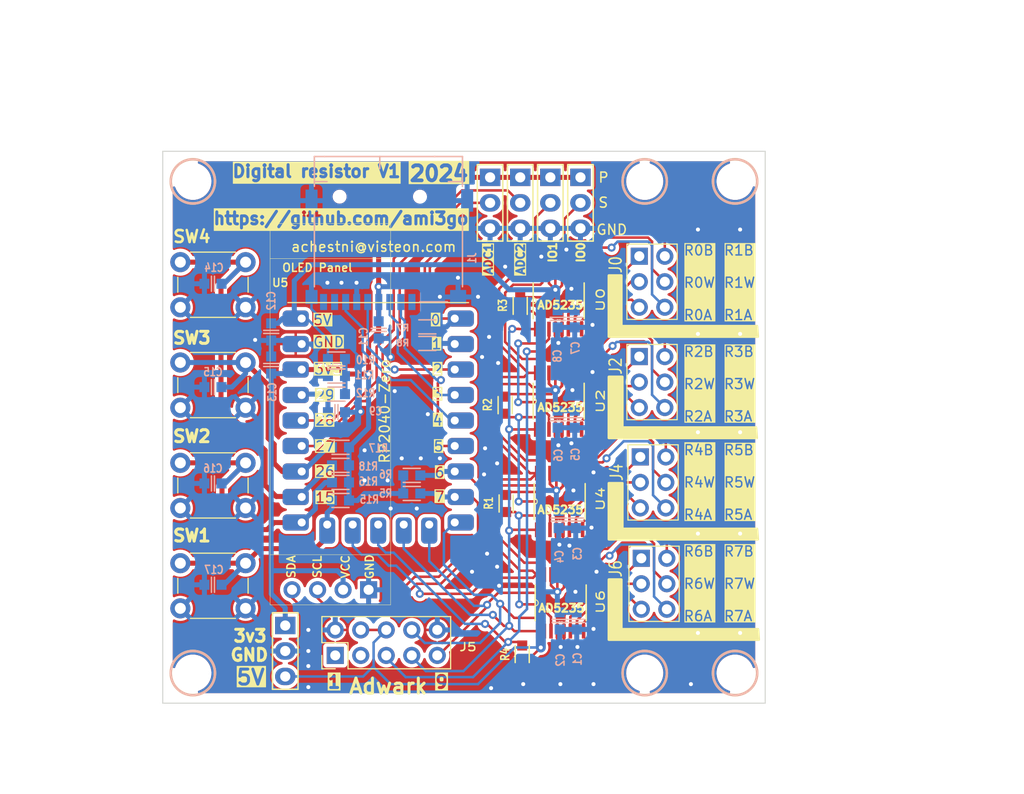
<source format=kicad_pcb>
(kicad_pcb (version 20221018) (generator pcbnew)
  (layers (0 "F.Cu" signal) (31 "B.Cu" signal) (34 "B.Paste" user) (35 "F.Paste" user) (36 "B.SilkS" user "B.Silkscreen") (37 "F.SilkS" user "F.Silkscreen") (38 "B.Mask" user) (39 "F.Mask" user) (44 "Edge.Cuts" user))
  (net 0 "")
  (net 1 "+3V3")
  (net 2 "GND")
  (net 3 "Net-(RZ1-GP15)")
  (net 4 "/CPU_RP2040-zero/SPI0_TX")
  (net 5 "/CPU_RP2040-zero/SPI0_RX")
  (net 6 "/CPU_RP2040-zero/SPI0_CS")
  (net 7 "/CPU_RP2040-zero/SPI0_SCK")
  (net 8 "/CPU_RP2040-zero/AD_RDY")
  (net 9 "+5V")
  (net 10 "/advark_connector/SCL")
  (net 11 "/AD5235-1/R0-B")
  (net 12 "/AD5235-1/R1-B")
  (net 13 "/AD5235-1/R0-W")
  (net 14 "/AD5235-1/R1-W")
  (net 15 "/AD5235-1/R0-A")
  (net 16 "/AD5235-1/R1-A")
  (net 17 "/AD5235-2/R0-B")
  (net 18 "/AD5235-2/R1-B")
  (net 19 "/AD5235-2/R0-W")
  (net 20 "/AD5235-2/R1-W")
  (net 21 "/AD5235-2/R0-A")
  (net 22 "/AD5235-2/R1-A")
  (net 23 "/AD5235-3/R0-B")
  (net 24 "/AD5235-3/R1-B")
  (net 25 "/AD5235-3/R0-W")
  (net 26 "/AD5235-3/R1-W")
  (net 27 "/AD5235-3/R0-A")
  (net 28 "/AD5235-3/R1-A")
  (net 29 "/AD5235-4/R0-B")
  (net 30 "/AD5235-4/R1-B")
  (net 31 "/AD5235-4/R0-W")
  (net 32 "/AD5235-4/R1-W")
  (net 33 "/AD5235-4/R0-A")
  (net 34 "/AD5235-4/R1-A")
  (net 35 "/AD5235-1/SDO")
  (net 36 "/AD5235-2/SDO")
  (net 37 "/AD5235-3/SDO")
  (net 38 "/advark_connector/SDA")
  (net 39 "Net-(RZ1-GP26)")
  (net 40 "Net-(RZ1-GP14)")
  (net 41 "Net-(RZ1-GP13)")
  (net 42 "/CPU_RP2040-zero/SPI1_CS")
  (net 43 "/CPU_RP2040-zero/SPI1_RX")
  (net 44 "/CPU_RP2040-zero/SPI1_SCK")
  (net 45 "/CPU_RP2040-zero/SPI1_TX")
  (net 49 "/CPU_RP2040-zero/GP0")
  (net 50 "/CPU_RP2040-zero/I2C1_SCL")
  (net 51 "/CPU_RP2040-zero/I2C1_SDA")
  (net 52 "Net-(R10-Pad2)")
  (net 53 "/CPU_RP2040-zero/GP1")
  (net 54 "/CPU_RP2040-zero/ADC3")
  (net 55 "/CPU_RP2040-zero/ADC2")
  (net 56 "/CPU_RP2040-zero/ADC1")
  (footprint "Boards:SSD1306-0.91-OLED-4pin-128x32" (layer "F.Cu") (at 102.69 42.2 -90)
    (fp_text reference "U5")
    (fp_text value "~")
  )
  (footprint "Button_Switch_THT:SW_PUSH_6mm_H4.3mm" (layer "F.Cu") (at 88.25 70.55 180)
    (fp_text reference "SW2")
    (fp_text value "SW_Push" hide)
  )
  (footprint "Analog:SOP65P640X120-16N" (layer "F.Cu") (at 119.43 49.9 90)
    (fp_text reference "U0")
    (fp_text value "AD5235BRUZ250-R7" hide)
  )
  (footprint "MountingHole:MountingHole_3.2mm_M3_ISO14580" (layer "F.Cu") (at 83 87)
    (fp_text reference "H2" hide)
    (fp_text value "MountingHole" hide)
  )
  (footprint "MountingHole:MountingHole_3.2mm_M3_ISO14580" (layer "F.Cu") (at 137 87)
    (fp_text reference "H6" hide)
    (fp_text value "MountingHole" hide)
  )
  (footprint "Analog:SOP65P640X120-16N" (layer "F.Cu") (at 119.53 69.900001 90)
    (fp_text reference "U4")
    (fp_text value "AD5235BRUZ250-R7" hide)
  )
  (footprint "MountingHole:MountingHole_3.2mm_M3_ISO14580" (layer "F.Cu") (at 83 38)
    (fp_text reference "H3" hide)
    (fp_text value "MountingHole" hide)
  )
  (footprint "PCM_4ms_Connector:Pins_2x03_2.54mm_TH" (layer "F.Cu") (at 128.83 68.000001)
    (fp_text reference "J4")
    (fp_text value "Conn_02x03" hide)
  )
  (footprint "PCM_4ms_Connector:Pins_2x03_2.54mm_TH" (layer "F.Cu") (at 128.93 78.100001)
    (fp_text reference "J6")
    (fp_text value "Conn_02x03" hide)
  )
  (footprint "Button_Switch_THT:SW_PUSH_6mm_H4.3mm" (layer "F.Cu") (at 88.25 80.55 180)
    (fp_text reference "SW1")
    (fp_text value "SW_Push" hide)
  )
  (footprint "PCM_4ms_Connector:Pins_1x03_2.54mm_TH_AudioInsRGndL" (layer "F.Cu") (at 112.6 40.14)
    (fp_text reference "J10" hide)
    (fp_text value "Conn_01x03" hide)
  )
  (footprint "PCM_4ms_Connector:Pins_1x03_2.54mm_TH_AudioInsRGndL" (layer "F.Cu") (at 118.6 40.14)
    (fp_text reference "J8" hide)
    (fp_text value "Conn_01x03" hide)
  )
  (footprint "PCM_4ms_Resistor:R_0603" (layer "F.Cu") (at 115.6 50.4 -90)
    (fp_text reference "R3")
    (fp_text value "2.2k_0603" hide)
  )
  (footprint "PCM_4ms_Connector:Pins_1x03_2.54mm_TH_AudioInsRGndL" (layer "F.Cu") (at 121.6 40.14)
    (fp_text reference "J3" hide)
    (fp_text value "Conn_01x03" hide)
  )
  (footprint "MountingHole:MountingHole_3.2mm_M3_ISO14580" (layer "F.Cu") (at 128 38)
    (fp_text reference "H4" hide)
    (fp_text value "MountingHole" hide)
  )
  (footprint "PCM_4ms_Connector:Pins_1x03_2.54mm_TH_AudioInsRGndL" (layer "F.Cu") (at 115.6 40.14)
    (fp_text reference "J9" hide)
    (fp_text value "Conn_01x03" hide)
  )
  (footprint "PCM_4ms_Resistor:R_0603" (layer "F.Cu") (at 115.8 85.1 90)
    (fp_text reference "R4")
    (fp_text value "2.2k_0603" hide)
  )
  (footprint "Button_Switch_THT:SW_PUSH_6mm_H4.3mm" (layer "F.Cu") (at 88.25 50.55 180)
    (fp_text reference "SW4")
    (fp_text value "SW_Push" hide)
  )
  (footprint "MountingHole:MountingHole_3.2mm_M3_ISO14580" (layer "F.Cu") (at 137 38)
    (fp_text reference "H5" hide)
    (fp_text value "MountingHole" hide)
  )
  (footprint "PCM_4ms_Connector:Pins_1x03_2.54mm_TH_AudioInsRGndL" (layer "F.Cu") (at 92.2 84.8)
    (fp_text reference "J7" hide)
    (fp_text value "Conn_01x03" hide)
  )
  (footprint "Analog:SOP65P640X120-16N" (layer "F.Cu") (at 119.63 80 90)
    (fp_text reference "U6")
    (fp_text value "AD5235BRUZ250-R7" hide)
  )
  (footprint "PCM_4ms_Connector:Pins_2x03_2.54mm_TH" (layer "F.Cu") (at 128.73 48)
    (fp_text reference "J0")
    (fp_text value "Conn_02x03" hide)
  )
  (footprint "PCM_4ms_Resistor:R_0603" (layer "F.Cu") (at 114.1 60.3 -90)
    (fp_text reference "R2")
    (fp_text value "2.2k_0603" hide)
  )
  (footprint "Button_Switch_THT:SW_PUSH_6mm_H4.3mm" (layer "F.Cu") (at 88.25 60.55 180)
    (fp_text reference "SW3")
    (fp_text value "SW_Push" hide)
  )
  (footprint "Boards:RP2040-Zero" (layer "F.Cu") (at 91.3 74.53)
    (fp_text reference "RZ1")
    (fp_text value "RP2040-Zero")
  )
  (footprint "PCM_4ms_Connector:Pins_2x03_2.54mm_TH" (layer "F.Cu") (at 128.73 58.000001)
    (fp_text reference "J2")
    (fp_text value "Conn_02x03" hide)
  )
  (footprint "Connector_PinHeader_2.54mm:PinHeader_2x05_P2.54mm_Vertical" (layer "F.Cu") (at 97.18 85.24 90)
    (fp_text reference "J5")
    (fp_text value "Conn_02x05_Odd_Even" hide)
  )
  (footprint "MountingHole:MountingHole_3.2mm_M3_ISO14580" (layer "F.Cu") (at 128 87)
    (fp_text reference "H1" hide)
    (fp_text value "MountingHole" hide)
  )
  (footprint "PCM_4ms_Resistor:R_0603" (layer "F.Cu") (at 114.2 70.1 -90)
    (fp_text reference "R1")
    (fp_text value "2.2k_0603" hide)
  )
  (footprint "Analog:SOP65P640X120-16N" (layer "F.Cu") (at 119.43 59.900001 90)
    (fp_text reference "U2")
    (fp_text value "AD5235BRUZ250-R7" hide)
  )
  (footprint "PCM_4ms_Capacitor:C_0603" (layer "B.Cu") (at 90.8 56.3 90)
    (fp_text reference "C13")
    (fp_text value "100nF_0603_16V" hide)
  )
  (footprint "PCM_4ms_Resistor:R_0603" (layer "B.Cu") (at 97.7 69.8 180)
    (fp_text reference "R15")
    (fp_text value "10k_0603_0.1%" hide)
  )
  (footprint "PCM_4ms_Capacitor:C_0603" (layer "B.Cu") (at 97.3 61)
    (fp_text reference "C9")
    (fp_text value "100nF_0603_16V" hide)
  )
  (footprint "PCM_4ms_Resistor:R_0603" (layer "B.Cu") (at 97.3 55.7)
    (fp_text reference "R10")
    (fp_text value "10k_0603_0.1%" hide)
  )
  (footprint "PCM_4ms_Resistor:R_0603" (layer "B.Cu") (at 106.35 54.15)
    (fp_text reference "R8")
    (fp_text value "4.7k_0603" hide)
  )
  (footprint "PCM_4ms_Capacitor:C_0603" (layer "B.Cu") (at 121.03 61.700001 -90)
    (fp_text reference "C5")
    (fp_text value "100nF_0603_16V" hide)
  )
  (footprint "PCM_4ms_Resistor:R_0603" (layer "B.Cu") (at 97.3 59.2)
    (fp_text reference "R12")
    (fp_text value "10k_0603_0.1%" hide)
  )
  (footprint "PCM_4ms_Capacitor:C_0603" (layer "B.Cu") (at 85 78.2 180)
    (fp_text reference "C17")
    (fp_text value "100nF_0603_16V" hide)
  )
  (footprint "PCM_4ms_Resistor:R_0603" (layer "B.Cu") (at 106.35 52.5)
    (fp_text reference "R7")
    (fp_text value "4.7k_0603" hide)
  )
  (footprint "PCM_4ms_Capacitor:C_0603" (layer "B.Cu") (at 119.330001 51.7 -90)
    (fp_text reference "C8")
    (fp_text value "1uF_0603_25V" hide)
  )
  (footprint "PCM_4ms_Resistor:R_0603" (layer "B.Cu") (at 97.7 68 180)
    (fp_text reference "R16")
    (fp_text value "10k_0603_0.1%" hide)
  )
  (footprint "PCM_4ms_Capacitor:C_0603" (layer "B.Cu") (at 119.330001 61.700001 -90)
    (fp_text reference "C6")
    (fp_text value "1uF_0603_25V" hide)
  )
  (footprint "PCM_4ms_Capacitor:C_0603" (layer "B.Cu") (at 85 58.5 180)
    (fp_text reference "C15")
    (fp_text value "100nF_0603_16V" hide)
  )
  (footprint "PCM_4ms_Resistor:R_0603" (layer "B.Cu") (at 97.7 64.5 180)
    (fp_text reference "R17")
    (fp_text value "10k_0603_0.1%" hide)
  )
  (footprint "PCM_4ms_Capacitor:C_0603" (layer "B.Cu") (at 85 48.2 180)
    (fp_text reference "C14")
    (fp_text value "100nF_0603_16V" hide)
  )
  (footprint "PCM_4ms_Capacitor:C_0603" (layer "B.Cu") (at 121.23 81.8 -90)
    (fp_text reference "C1")
    (fp_text value "100nF_0603_16V" hide)
  )
  (footprint "PCM_4ms_Resistor:R_0603" (layer "B.Cu") (at 97.7 66.3 180)
    (fp_text reference "R18")
    (fp_text value "10k_0603_0.1%" hide)
  )
  (footprint "PCM_4ms_Capacitor:C_0603" (layer "B.Cu") (at 121.03 51.7 -90)
    (fp_text reference "C7")
    (fp_text value "100nF_0603_16V" hide)
  )
  (footprint "PCM_4ms_Capacitor:C_0603" (layer "B.Cu") (at 85 68.1 180)
    (fp_text reference "C16")
    (fp_text value "100nF_0603_16V" hide)
  )
  (footprint "PCM_4ms_Capacitor:C_0603" (layer "B.Cu") (at 101.5 52.8 -90)
    (fp_text reference "C11")
    (fp_text value "100nF_0603_16V" hide)
  )
  (footprint "PCM_4ms_Capacitor:C_0603" (layer "B.Cu") (at 119.430001 71.700001 -90)
    (fp_text reference "C4")
    (fp_text value "1uF_0603_25V" hide)
  )
  (footprint "PCM_4ms_Resistor:R_0603" (layer "B.Cu") (at 104.8 69.1)
    (fp_text reference "R5")
    (fp_text value "4.7k_0603" hide)
  )
  (footprint "PCM_4ms_Capacitor:C_0603" (layer "B.Cu") (at 90.8 53 -90)
    (fp_text reference "C12")
    (fp_text value "100nF_0603_16V" hide)
  )
  (footprint "PCM_4ms_Resistor:R_0603" (layer "B.Cu") (at 97.3 57.4 180)
    (fp_text reference "R11")
    (fp_text value "10k_0603_0.1%" hide)
  )
  (footprint "Connectors_local:J_SD_Card-micro_socket_A" (layer "B.Cu") (at 101.6 43 180)
    (fp_text reference "J1")
    (fp_text value "Micro_SD_Card_Det2" hide)
  )
  (footprint "PCM_4ms_Capacitor:C_0603" (layer "B.Cu") (at 121.13 71.700001 -90)
    (fp_text reference "C3")
    (fp_text value "100nF_0603_16V" hide)
  )
  (footprint "PCM_4ms_Capacitor:C_0603" (layer "B.Cu") (at 119.53 81.8 -90)
    (fp_text reference "C2")
    (fp_text value "1uF_0603_25V" hide)
  )
  (footprint "PCM_4ms_Resistor:R_0603" (layer "B.Cu") (at 104.8 67.3)
    (fp_text reference "R6")
    (fp_text value "4.7k_0603" hide)
  )
  (gr_circle (center 128 87) (end 125.797728 87) (stroke (width 0.25)) (fill none) (layer "B.SilkS"))
  (gr_circle (center 128 38) (end 125.797728 38) (stroke (width 0.25)) (fill none) (layer "B.SilkS"))
  (gr_circle (center 83 38) (end 80.797728 38) (stroke (width 0.25)) (fill none) (layer "B.SilkS"))
  (gr_circle (center 137 87) (end 134.797728 87) (stroke (width 0.25)) (fill none) (layer "B.SilkS"))
  (gr_circle (center 83 87) (end 80.797728 87) (stroke (width 0.25)) (fill none) (layer "B.SilkS"))
  (gr_circle (center 137 38) (end 134.797728 38) (stroke (width 0.25)) (fill none) (layer "B.SilkS"))
  (gr_circle (center 137 87) (end 139.202272 87) (stroke (width 0.25)) (fill none) (layer "F.SilkS"))
  (gr_circle (center 137 38) (end 139.202272 38) (stroke (width 0.25)) (fill none) (layer "F.SilkS"))
  (gr_circle (center 128 87) (end 130.202272 87) (stroke (width 0.25)) (fill none) (layer "F.SilkS"))
  (gr_circle (center 128 38) (end 130.202272 38) (stroke (width 0.25)) (fill none) (layer "F.SilkS"))
  (gr_circle (center 83 87) (end 85.202272 87) (stroke (width 0.25)) (fill none) (layer "F.SilkS"))
  (gr_circle (center 83 38) (end 85.202272 38) (stroke (width 0.25)) (fill none) (layer "F.SilkS"))
  (gr_line (start 80 35) (end 80 90) (stroke (width 0.1)) (layer "Edge.Cuts"))
  (gr_line (start 80 90) (end 140 90) (stroke (width 0.1)) (layer "Edge.Cuts"))
  (gr_line (start 80 35) (end 140 35) (stroke (width 0.1)) (layer "Edge.Cuts"))
  (gr_line (start 140 90) (end 140 35) (stroke (width 0.1)) (layer "Edge.Cuts"))
  (gr_text "achestni@visteon.com" (at 92.7 45.1) (layer "F.SilkS") (effects (font (size 1 1)) (justify left bottom)))
  (gr_text "AD5235" (at 117.2 71.2) (layer "F.SilkS") (effects (font (size 0.8 0.8) (thickness 0.2) bold) (justify left bottom)))
  (gr_text "5" (at 106.9 65) (layer "F.SilkS" knockout) (effects (font (size 1 1)) (justify left bottom)))
  (gr_text "R7B\n\nR7W\n\nR7A" (at 135.8 81.9) (layer "F.SilkS" knockout) (effects (font (size 1 1)) (justify left bottom)))
  (gr_text "1" (at 106.7 54.8) (layer "F.SilkS" knockout) (effects (font (size 1 1)) (justify left bottom)))
  (gr_text "1" (at 96.3 88.6) (layer "F.SilkS" knockout) (effects (font (size 1.2 1.2) (thickness 0.3) bold) (justify left bottom)))
  (gr_text "7" (at 107 70) (layer "F.SilkS" knockout) (effects (font (size 1 1)) (justify left bottom)))
  (gr_text "ADC2" (at 116.1 47.4 90) (layer "F.SilkS" knockout) (effects (font (size 0.8 0.8) (thickness 0.2) bold) (justify left bottom)))
  (gr_text "R5B\n\nR5W\n\nR5A" (at 135.8 71.8) (layer "F.SilkS" knockout) (effects (font (size 1 1)) (justify left bottom)))
  (gr_text "4" (at 106.8 62.4) (layer "F.SilkS" knockout) (effects (font (size 1 1)) (justify left bottom)))
  (gr_text "AD5235" (at 117.2 61) (layer "F.SilkS") (effects (font (size 0.8 0.8) (thickness 0.2) bold) (justify left bottom)))
  (gr_text "GND" (at 123.1 43.4) (layer "F.SilkS") (effects (font (size 1 1)) (justify left bottom)))
  (gr_text "29" (at 95.1 59.9) (layer "F.SilkS" knockout) (effects (font (size 1 1)) (justify left bottom)))
  (gr_text "5V" (at 87.2 88.3) (layer "F.SilkS" knockout) (effects (font (size 1.5 1.5) (thickness 0.3) bold) (justify left bottom)))
  (gr_text "GND" (at 86.6 85.9) (layer "F.SilkS") (effects (font (size 1.2 1.2) (thickness 0.3) bold) (justify left bottom)))
  (gr_text "27" (at 95.1 65) (layer "F.SilkS" knockout) (effects (font (size 1 1)) (justify left bottom)))
  (gr_text "2 " (at 106.8 57.3) (layer "F.SilkS" knockout) (effects (font (size 1 1)) (justify left bottom)))
  (gr_text "9" (at 107 88.6) (layer "F.SilkS" knockout) (effects (font (size 1.2 1.2) (thickness 0.3) bold) (justify left bottom)))
  (gr_text "AD5235" (at 117.3 81) (layer "F.SilkS") (effects (font (size 0.8 0.8) (thickness 0.2) bold) (justify left bottom)))
  (gr_text "5V" (at 94.9 52.4) (layer "F.SilkS" knockout) (effects (font (size 1 1)) (justify left bottom)))
  (gr_text "AD5235" (at 117.2 50.8) (layer "F.SilkS") (effects (font (size 0.8 0.8) (thickness 0.2) bold) (justify left bottom)))
  (gr_text "0" (at 106.6 52.4) (layer "F.SilkS" knockout) (effects (font (size 1 1)) (justify left bottom)))
  (gr_text "S" (at 123.3 40.7) (layer "F.SilkS") (effects (font (size 1 1)) (justify left bottom)))
  (gr_text "Digital resistor V1" (at 86.8 37.7) (layer "F.SilkS" knockout) (effects (font (size 1.2 1.2) (thickness 0.3) bold) (justify left bottom)))
  (gr_text "3\n" (at 106.8 59.8) (layer "F.SilkS" knockout) (effects (font (size 1 1)) (justify left bottom)))
  (gr_text "R4B\n\nR4W\n\nR4A" (at 131.8 71.8) (layer "F.SilkS" knockout) (effects (font (size 1 1)) (justify left bottom)))
  (gr_text "R3B\n\nR3W\n\nR3A" (at 135.8 62) (layer "F.SilkS" knockout) (effects (font (size 1 1)) (justify left bottom)))
  (gr_text "26" (at 95.1 67.5) (layer "F.SilkS" knockout) (effects (font (size 1 1)) (justify left bottom)))
  (gr_text "3V3" (at 95 57.3) (layer "F.SilkS" knockout) (effects (font (size 1 1)) (justify left bottom)))
  (gr_text "R2B\n\nR2W\n\nR2A" (at 131.8 62) (layer "F.SilkS" knockout) (effects (font (size 1 1)) (justify left bottom)))
  (gr_text "P" (at 123.3 38.2) (layer "F.SilkS") (effects (font (size 1 1)) (justify left bottom)))
  (gr_text "IO1" (at 119.3 46.2 90) (layer "F.SilkS") (effects (font (size 0.8 0.8) (thickness 0.2) bold) (justify left bottom)))
  (gr_text "2024" (at 104.4 38.1) (layer "F.SilkS" knockout) (effects (font (size 1.5 1.5) (thickness 0.375) bold) (justify left bottom)))
  (gr_text "GND\n" (at 94.9 54.6) (layer "F.SilkS" knockout) (effects (font (size 1 1)) (justify left bottom)))
  (gr_text "15" (at 95.1 70.1) (layer "F.SilkS" knockout) (effects (font (size 1 1)) (justify left bottom)))
  (gr_text "R0B\n\nR0W\n\nR0A" (at 131.8 51.9) (layer "F.SilkS" knockout) (effects (font (size 1 1)) (justify left bottom)))
  (gr_text "https://github.com/ami3go" (at 84.9 42.4) (layer "F.SilkS" knockout) (effects (font (size 1.2 1.2) (thickness 0.3) bold) (justify left bottom)))
  (gr_text "ADC1" (at 112.9 47.4 90) (layer "F.SilkS" knockout) (effects (font (size 0.8 0.8) (thickness 0.2) bold) (justify left bottom)))
  (gr_text "R6B\n\nR6W\n\nR6A" (at 131.8 81.9) (layer "F.SilkS" knockout) (effects (font (size 1 1)) (justify left bottom)))
  (gr_text "3v3" (at 86.9 84) (layer "F.SilkS") (effects (font (size 1.2 1.2) (thickness 0.3) bold) (justify left bottom)))
  (gr_text "IO0" (at 122.1 46.2 90) (layer "F.SilkS") (effects (font (size 0.8 0.8) (thickness 0.2) bold) (justify left bottom)))
  (gr_text "6" (at 107 67.6) (layer "F.SilkS" knockout) (effects (font (size 1 1)) (justify left bottom)))
  (gr_text "R1B\n\nR1W\n\nR1A" (at 135.8 51.9) (layer "F.SilkS" knockout) (effects (font (size 1 1)) (justify left bottom)))
  (gr_text "28" (at 95.1 62.4) (layer "F.SilkS" knockout) (effects (font (size 1 1)) (justify left bottom)))
  (gr_text "Adwark\n" (at 98.4 89.2) (layer "F.SilkS") (effects (font (size 1.5 1.5) (thickness 0.3) bold) (justify left bottom)))
  (segment (start 100.5 57.2) (end 98.1 57.2) (width 0.5) (layer "F.Cu") (net 1))
  (segment (start 100.5 54) (end 101.5 53) (width 0.5) (layer "F.Cu") (net 1))
  (segment (start 101.5 45.3) (end 101.5 48.5) (width 0.5) (layer "F.Cu") (net 1))
  (segment (start 101.5 53) (end 101.5 48.5) (width 0.5) (layer "F.Cu") (net 1))
  (segment (start 100.5 57.2) (end 100.5 54) (width 0.5) (layer "F.Cu") (net 1))
  (segment (start 94.05 56.75) (end 93.84 56.75) (width 0.5) (layer "F.Cu") (net 1))
  (segment (start 97.65 56.75) (end 93.84 56.75) (width 0.5) (layer "F.Cu") (net 1))
  (segment (start 109.2 37.6) (end 101.5 45.3) (width 0.5) (layer "F.Cu") (net 1))
  (segment (start 98.1 57.2) (end 97.65 56.75) (width 0.5) (layer "F.Cu") (net 1))
  (segment (start 93.84 56.75) (end 92.15 56.75) (width 0.5) (layer "F.Cu") (net 1))
  (segment (start 121.6 37.6) (end 109.2 37.6) (width 0.5) (layer "F.Cu") (net 1))
  (via (at 100.5 57.2) (size 0.8) (drill 0.4) (layers "F.Cu" "B.Cu") (net 1))
  (via (at 101.5 48.5) (size 0.8) (drill 0.4) (layers "F.Cu" "B.Cu") (net 1))
  (segment (start 105.9 48.7) (end 105.9 51.1) (width 0.5) (layer "B.Cu") (net 1))
  (segment (start 100.1 69.1) (end 103.95 69.1) (width 0.5) (layer "B.Cu") (net 1))
  (segment (start 101.515032 50.021855) (end 101.515032 51.934968) (width 0.5) (layer "B.Cu") (net 1))
  (segment (start 103.95 67.3) (end 103.95 69.1) (width 0.5) (layer "B.Cu") (net 1))
  (segment (start 91 76.8) (end 90.8 77) (width 0.5) (layer "B.Cu") (net 1))
  (segment (start 90.8 57.15) (end 93.44 57.15) (width 0.5) (layer "B.Cu") (net 1))
  (segment (start 90.8 79.1) (end 90.8 76.1) (width 0.5) (layer "B.Cu") (net 1))
  (segment (start 90.8 76.1) (end 90.8 57.15) (width 0.5) (layer "B.Cu") (net 1))
  (segment (start 101.5 48.5) (end 105.7 48.5) (width 0.5) (layer "B.Cu") (net 1))
  (segment (start 100.5 62.55) (end 98.55 64.5) (width 0.5) (layer "B.Cu") (net 1))
  (segment (start 105.9 51.1) (end 105.5 51.5) (width 0.5) (layer "B.Cu") (net 1))
  (segment (start 92.2 82.26) (end 92.2 80.5) (width 0.5) (layer "B.Cu") (net 1))
  (segment (start 90.8 77) (end 90.8 76.1) (width 0.5) (layer "B.Cu") (net 1))
  (segment (start 98.55 64.5) (end 98.55 69.8) (width 0.5) (layer "B.Cu") (net 1))
  (segment (start 105.5 51.5) (end 105.5 52.5) (width 0.5) (layer "B.Cu") (net 1))
  (segment (start 93.44 57.15) (end 93.84 56.75) (width 0.5) (layer "B.Cu") (net 1))
  (segment (start 101.5 50.006823) (end 101.515032 50.021855) (width 0.5) (layer "B.Cu") (net 1))
  (segment (start 97.96 77.36) (end 97.4 76.8) (width 0.5) (layer "B.Cu") (net 1))
  (segment (start 105.5 52.5) (end 105.5 54.15) (width 0.5) (layer "B.Cu") (net 1))
  (segment (start 100.5 57.2) (end 100.5 62.55) (width 0.5) (layer "B.Cu") (net 1))
  (segment (start 92.2 80.5) (end 90.8 79.1) (width 0.5) (layer "B.Cu") (net 1))
  (segment (start 105.7 48.5) (end 105.9 48.7) (width 0.5) (layer "B.Cu") (net 1))
  (segment (start 99.4 69.8) (end 100.1 69.1) (width 0.5) (layer "B.Cu") (net 1))
  (segment (start 98.55 69.8) (end 99.4 69.8) (width 0.5) (layer "B.Cu") (net 1))
  (segment (start 101.5 48.5) (end 101.5 50.006823) (width 0.5) (layer "B.Cu") (net 1))
  (segment (start 101.515032 51.934968) (end 101.5 51.95) (width 0.5) (layer "B.Cu") (net 1))
  (segment (start 97.96 78.7) (end 97.96 77.36) (width 0.5) (layer "B.Cu") (net 1))
  (segment (start 97.4 76.8) (end 91 76.8) (width 0.5) (layer "B.Cu") (net 1))
  (segment (start 119.9602 84.0698) (end 119.63 84.4) (width 0.25) (layer "F.Cu") (net 2))
  (segment (start 119.7602 52.7194) (end 119.7602 53.7398) (width 0.25) (layer "F.Cu") (net 2))
  (segment (start 119.2998 84.0698) (end 119.63 84.4) (width 0.25) (layer "F.Cu") (net 2))
  (segment (start 119.1998 73.8998) (end 119.5 74.2) (width 0.25) (layer "F.Cu") (net 2))
  (segment (start 119.2998 82.8194) (end 119.2998 84.0698) (width 0.25) (layer "F.Cu") (net 2))
  (segment (start 119.1998 72.719401) (end 119.1998 73.8998) (width 0.25) (layer "F.Cu") (net 2))
  (segment (start 119.4 64.3) (end 119.0998 63.9998) (width 0.25) (layer "F.Cu") (net 2))
  (segment (start 119.8602 72.719401) (end 119.8602 73.8398) (width 0.25) (layer "F.Cu") (net 2))
  (segment (start 119.7602 63.9398) (end 119.7602 62.719401) (width 0.25) (layer "F.Cu") (net 2))
  (segment (start 119.0998 63.9998) (end 119.0998 62.719401) (width 0.25) (layer "F.Cu") (net 2))
  (segment (start 119.8602 73.8398) (end 119.5 74.2) (width 0.25) (layer "F.Cu") (net 2))
  (segment (start 119.0998 52.7194) (end 119.0998 53.7998) (width 0.25) (layer "F.Cu") (net 2))
  (segment (start 119.7602 53.7398) (end 119.4 54.1) (width 0.25) (layer "F.Cu") (net 2))
  (segment (start 119.0998 53.7998) (end 119.4 54.1) (width 0.25) (layer "F.Cu") (net 2))
  (segment (start 119.4 64.3) (end 119.7602 63.9398) (width 0.25) (layer "F.Cu") (net 2))
  (segment (start 119.9602 82.8194) (end 119.9602 84.0698) (width 0.25) (layer "F.Cu") (net 2))
  (via (at 102.4 67.8) (size 0.8) (drill 0.4) (layers "F.Cu" "B.Cu") (net 2))
  (via (at 89.2 53.8) (size 0.8) (drill 0.4) (layers "F.Cu" "B.Cu") (net 2))
  (via (at 102.7 55.5) (size 0.8) (drill 0.4) (layers "F.Cu" "B.Cu") (net 2))
  (via (at 120.7 48.7) (size 0.8) (drill 0.4) (layers "F.Cu" "B.Cu") (net 2))
  (via (at 113.5 78.3) (size 0.8) (drill 0.4) (layers "F.Cu" "B.Cu") (net 2))
  (via (at 94.5 86.3) (size 0.8) (drill 0.4) (layers "F.Cu" "B.Cu") (net 2))
  (via (at 122.9 67) (size 0.8) (drill 0.4) (layers "F.Cu" "B.Cu") (net 2))
  (via (at 99.3 48.1) (size 0.8) (drill 0.4) (layers "F.Cu" "B.Cu") (net 2))
  (via (at 119.5 74.2) (size 0.8) (drill 0.4) (layers "F.Cu" "B.Cu") (net 2))
  (via (at 123.2 76.9) (size 0.8) (drill 0.4) (layers "F.Cu" "B.Cu") (net 2))
  (via (at 109.4 47.6) (size 0.8) (drill 0.4) (layers "F.Cu" "B.Cu") (net 2))
  (via (at 113.4 56.1) (size 0.8) (drill 0.4) (layers "F.Cu" "B.Cu") (net 2))
  (via (at 112.3 75.1) (size 0.8) (drill 0.4) (layers "F.Cu" "B.Cu") (net 2))
  (via (at 119.63 84.4) (size 0.8) (drill 0.4) (layers "F.Cu" "B.Cu") (net 2))
  (via (at 99.699874 60.945279) (size 0.8) (drill 0.4) (layers "F.Cu" "B.Cu") (net 2))
  (via (at 114.1 46.5) (size 0.8) (drill 0.4) (layers "F.Cu" "B.Cu") (net 2))
  (via (at 94.5 82.7) (size 0.8) (drill 0.4) (layers "F.Cu" "B.Cu") (net 2))
  (via (at 132.6 88.1) (size 0.8) (drill 0.4) (layers "F.Cu" "B.Cu") (net 2))
  (via (at 122.7 72.5) (size 0.8) (drill 0.4) (layers "F.Cu" "B.Cu") (net 2))
  (via (at 105.3 70.6) (size 0.8) (drill 0.4) (layers "F.Cu" "B.Cu") (net 2))
  (via (at 121.1 78.9) (size 0.8) (drill 0.4) (layers "F.Cu" "B.Cu") (net 2))
  (via (at 112 67.2) (size 0.8) (drill 0.4) (layers "F.Cu" "B.Cu") (net 2))
  (via (at 120.5 74.3) (size 0.8) (drill 0.4) (layers "F.Cu" "B.Cu") (net 2))
  (via (at 97.8 48.1) (size 0.8) (drill 0.4) (layers "F.Cu" "B.Cu") (net 2))
  (via (at 137.5 83) (size 0.8) (drill 0.4) (layers "F.Cu" "B.Cu") (net 2))
  (via (at 133.3 83) (size 0.8) (drill 0.4) (layers "F.Cu" "B.Cu") (net 2))
  (via (at 133.3 53.2) (size 0.8) (drill 0.4) (layers "F.Cu" "B.Cu") (net 2))
  (via (at 137.5 73.1) (size 0.8) (drill 0.4) (layers "F.Cu" "B.Cu") (net 2))
  (via (at 112.7 88.5) (size 0.8) (drill 0.4) (layers "F.Cu" "B.Cu") (net 2))
  (via (at 115.9 88.1) (size 0.8) (drill 0.4) (layers "F.Cu" "B.Cu") (net 2))
  (via (at 137.5 53.2) (size 0.8) (drill 0.4) (layers "F.Cu" "B.Cu") (net 2))
  (via (at 122.8 52.3) (size 0.8) (drill 0.4) (layers "F.Cu" "B.Cu") (net 2))
  (via (at 133.3 63) (size 0.8) (drill 0.4) (layers "F.Cu" "B.Cu") (net 2))
  (via (at 113.3 66.1) (size 0.8) (drill 0.4) (layers "F.Cu" "B.Cu") (net 2))
  (via (at 119.6 88.1) (size 0.8) (drill 0.4) (layers "F.Cu" "B.Cu") (net 2))
  (via (at 122.8 57) (size 0.8) (drill 0.4) (layers "F.Cu" "B.Cu") (net 2))
  (via (at 133.3 73.1) (size 0.8) (drill 0.4) (layers "F.Cu" "B.Cu") (net 2))
  (via (at 112.1 64.6) (size 0.8) (drill 0.4) (layers "F.Cu" "B.Cu") (net 2))
  (via (at 103.1 58.9) (size 0.8) (drill 0.4) (layers "F.Cu" "B.Cu") (net 2))
  (via (at 117.7 45.5) (size 0.8) (drill 0.4) (layers "F.Cu" "B.Cu") (net 2))
  (via (at 94.5 84.8) (size 0.8) (drill 0.4) (layers "F.Cu" "B.Cu") (net 2))
  (via (at 103.8 65.6) (size 0.8) (drill 0.4) (layers "F.Cu" "B.Cu") (net 2))
  (via (at 107.6 65.6) (size 0.8) (drill 0.4) (layers "F.Cu" "B.Cu") (net 2))
  (via (at 100.1 67.8) (size 0.8) (drill 0.4) (layers "F.Cu" "B.Cu") (net 2))
  (via (at 120.8 58.8) (size 0.8) (drill 0.4) (layers "F.Cu" "B.Cu") (net 2))
  (via (at 119.4 54.1) (size 0.8) (drill 0.4) (layers "F.Cu" "B.Cu") (net 2))
  (via (at 96.4 48.1) (size 0.8) (drill 0.4) (layers "F.Cu" "B.Cu") (net 2))
  (via (at 110.8 76.9) (size 0.8) (drill 0.4) (layers "F.Cu" "B.Cu") (net 2))
  (via (at 107.6 49.5) (size 0.8) (drill 0.4) (layers "F.Cu" "B.Cu") (net 2))
  (via (at 137.5 42.8) (size 0.8) (drill 0.4) (layers "F.Cu" "B.Cu") (net 2))
  (via (at 120.2 44.8) (size 0.8) (drill 0.4) (layers "F.Cu" "B.Cu") (net 2))
  (via (at 120.7 64.1) (size 0.8) (drill 0.4) (layers "F.Cu" "B.Cu") (net 2))
  (via (at 111.4 49.5) (size 0.8) (drill 0.4) (layers "F.Cu" "B.Cu") (net 2))
  (via (at 111.8 55.5) (size 0.8) (drill 0.4) (layers "F.Cu" "B.Cu") (net 2))
  (via (at 105.7 65.6) (size 0.8) (drill 0.4) (layers "F.Cu" "B.Cu") (net 2))
  (via (at 106.4 61.2) (size 0.8) (drill 0.4) (layers "F.Cu" "B.Cu") (net 2))
  (via (at 122.9 82.6) (size 0.8) (drill 0.4) (layers "F.Cu" "B.Cu") (net 2))
  (via (at 122.9 88.1) (size 0.8) (drill 0.4) (layers "F.Cu" "B.Cu") (net 2))
  (via (at 102.7 70.6) (size 0.8) (drill 0.4) (layers "F.Cu" "B.Cu") (net 2))
  (via (at 112.5 53.5) (size 0.8) (drill 0.4) (layers "F.Cu" "B.Cu") (net 2))
  (via (at 100.1 64.8) (size 0.8) (drill 0.4) (layers "F.Cu" "B.Cu") (net 2))
  (via (at 137.5 63) (size 0.8) (drill 0.4) (layers "F.Cu" "B.Cu") (net 2))
  (via (at 120.9 68.8) (size 0.8) (drill 0.4) (layers "F.Cu" "B.Cu") (net 2))
  (via (at 94.5 88.4) (size 0.8) (drill 0.4) (layers "F.Cu" "B.Cu") (net 2))
  (via (at 133.3 42.8) (size 0.8) (drill 0.4) (layers "F.Cu" "B.Cu") (net 2))
  (via (at 119.4 64.3) (size 0.8) (drill 0.4) (layers "F.Cu" "B.Cu") (net 2))
  (via (at 121.3 84.4) (size 0.8) (drill 0.4) (layers "F.Cu" "B.Cu") (net 2))
  (via (at 113.3 76.4) (size 0.8) (drill 0.4) (layers "F.Cu" "B.Cu") (net 2))
  (segment (start 99.7 55.6) (end 94.815032 50.715032) (width 0.25) (layer "B.Cu") (net 2))
  (segment (start 95.3 54.9) (end 94.61 54.21) (width 0.25) (layer "B.Cu") (net 2))
  (segment (start 90.8 53.85) (end 90.8 55.45) (width 0.25) (layer "B.Cu") (net 2))
  (segment (start 102.7 55.5) (end 102.4 55.2) (width 0.25) (layer "B.Cu") (net 2))
  (segment (start 102.4 55.2) (end 102.3 55.2) (width 0.25) (layer "B.Cu") (net 2))
  (segment (start 94.61 54.21) (end 93.84 54.21) (width 0.25) (layer "B.Cu") (net 2))
  (segment (start 102.6 55.5) (end 101.5 54.4) (width 0.25) (layer "B.Cu") (net 2))
  (segment (start 99.699874 60.945279) (end 99.645153 61) (width 0.25) (layer "B.Cu") (net 2))
  (segment (start 102.3 55.2) (end 102.3 55.2) (width 0.25) (layer "B.Cu") (net 2))
  (segment (start 96.1 57.4) (end 95.3 56.6) (width 0.25) (layer "B.Cu") (net 2))
  (segment (start 95.3 56.6) (end 95.3 54.9) (width 0.25) (layer "B.Cu") (net 2))
  (segment (start 101.5 54.4) (end 101.5 53.65) (width 0.25) (layer "B.Cu") (net 2))
  (segment (start 99.645153 61) (end 98.15 61) (width 0.25) (layer "B.Cu") (net 2))
  (segment (start 99.7 60.945153) (end 99.7 55.6) (width 0.25) (layer "B.Cu") (net 2))
  (segment (start 94.815032 50.715032) (end 94.815032 49.521855) (width 0.25) (layer "B.Cu") (net 2))
  (segment (start 102.7 55.5) (end 102.6 55.5) (width 0.25) (layer "B.Cu") (net 2))
  (segment (start 90.8 53.85) (end 93.48 53.85) (width 0.5) (layer "B.Cu") (net 2))
  (segment (start 93.48 53.85) (end 93.84 54.21) (width 0.25) (layer "B.Cu") (net 2))
  (segment (start 96.45 57.4) (end 96.1 57.4) (width 0.25) (layer "B.Cu") (net 2))
  (segment (start 99.699874 60.945279) (end 99.7 60.945153) (width 0.25) (layer "B.Cu") (net 2))
  (segment (start 85.8 60.4) (end 90.2 64.8) (width 0.5) (layer "F.Cu") (net 3))
  (segment (start 93.79 69.4) (end 93.84 69.45) (width 0.5) (layer "F.Cu") (net 3))
  (segment (start 90.2 68.3) (end 91.3 69.4) (width 0.5) (layer "F.Cu") (net 3))
  (segment (start 81.75 46.05) (end 88.25 46.05) (width 0.5) (layer "F.Cu") (net 3))
  (segment (start 85.8 48.5) (end 85.8 60.4) (width 0.5) (layer "F.Cu") (net 3))
  (segment (start 91.3 69.4) (end 93.79 69.4) (width 0.5) (layer "F.Cu") (net 3))
  (segment (start 88.25 46.05) (end 85.8 48.5) (width 0.5) (layer "F.Cu") (net 3))
  (segment (start 90.2 64.8) (end 90.2 68.3) (width 0.5) (layer "F.Cu") (net 3))
  (segment (start 96.7 66.3) (end 93.84 69.16) (width 0.5) (layer "B.Cu") (net 3))
  (segment (start 86.1 48.2) (end 85.85 48.2) (width 0.25) (layer "B.Cu") (net 3))
  (segment (start 93.84 69.16) (end 93.84 69.45) (width 0.5) (layer "B.Cu") (net 3))
  (segment (start 96.85 66.3) (end 96.7 66.3) (width 0.5) (layer "B.Cu") (net 3))
  (segment (start 88.25 46.05) (end 86.1 48.2) (width 0.5) (layer "B.Cu") (net 3))
  (segment (start 102.615032 51.315032) (end 103.4 52.1) (width 0.25) (layer "B.Cu") (net 4))
  (segment (start 107.59 59.29) (end 109.08 59.29) (width 0.25) (layer "B.Cu") (net 4))
  (segment (start 103.4 52.1) (end 103.4 55.1) (width 0.25) (layer "B.Cu") (net 4))
  (segment (start 102.615032 50.021855) (end 102.615032 51.315032) (width 0.25) (layer "B.Cu") (net 4))
  (segment (start 103.4 55.1) (end 107.59 59.29) (width 0.25) (layer "B.Cu") (net 4))
  (segment (start 99.9 54.9) (end 102.8 57.8) (width 0.25) (layer "B.Cu") (net 5))
  (segment (start 98.215032 50.021855) (end 98.215032 50.915032) (width 0.25) (layer "B.Cu") (net 5))
  (segment (start 102.8 57.8) (end 104.7 57.8) (width 0.25) (layer "B.Cu") (net 5))
  (segment (start 99.9 52.6) (end 99.9 54.9) (width 0.25) (layer "B.Cu") (net 5))
  (segment (start 98.215032 50.915032) (end 99.9 52.6) (width 0.25) (layer "B.Cu") (net 5))
  (segment (start 108.73 61.83) (end 109.08 61.83) (width 0.25) (layer "B.Cu") (net 5))
  (segment (start 104.7 57.8) (end 108.73 61.83) (width 0.25) (layer "B.Cu") (net 5))
  (segment (start 107.7 57.8) (end 107.4 58.1) (width 0.25) (layer "F.Cu") (net 6))
  (segment (start 107.4 58.1) (end 107.4 64) (width 0.25) (layer "F.Cu") (net 6))
  (segment (start 107.4 64) (end 107.77 64.37) (width 0.25) (layer "F.Cu") (net 6))
  (segment (start 107.77 64.37) (end 109.08 64.37) (width 0.25) (layer "F.Cu") (net 6))
  (via (at 107.7 57.8) (size 0.8) (drill 0.4) (layers "F.Cu" "B.Cu") (net 6))
  (segment (start 104.1 51.9) (end 103.715032 51.515032) (width 0.25) (layer "B.Cu") (net 6))
  (segment (start 104.1 54.6) (end 104.1 51.9) (width 0.25) (layer "B.Cu") (net 6))
  (segment (start 107.3 57.8) (end 104.1 54.6) (width 0.25) (layer "B.Cu") (net 6))
  (segment (start 107.7 57.8) (end 107.3 57.8) (width 0.25) (layer "B.Cu") (net 6))
  (segment (start 103.715032 51.515032) (end 103.715032 50.021855) (width 0.25) (layer "B.Cu") (net 6))
  (segment (start 103.1 56.75) (end 109.08 56.75) (width 0.25) (layer "F.Cu") (net 7))
  (via (at 103.1 56.75) (size 0.8) (drill 0.4) (layers "F.Cu" "B.Cu") (net 7))
  (segment (start 102.65 56.75) (end 100.415032 54.515032) (width 0.25) (layer "B.Cu") (net 7))
  (segment (start 103.1 56.75) (end 102.65 56.75) (width 0.25) (layer "B.Cu") (net 7))
  (segment (start 100.415032 54.515032) (end 100.415032 50.021855) (width 0.25) (layer "B.Cu") (net 7))
  (segment (start 110.7 79.1) (end 105.6 79.1) (width 0.25) (layer "F.Cu") (net 8))
  (segment (start 116.624601 67.7) (end 113.1 67.7) (width 0.25) (layer "F.Cu") (net 8))
  (segment (start 114.5 47.7) (end 113.5 48.7) (width 0.25) (layer "F.Cu") (net 8))
  (segment (start 116.8194 76.8) (end 117.2 77.1806) (width 0.25) (layer "F.Cu") (net 8))
  (segment (start 112.3 62.8) (end 116.580601 67.080601) (width 0.25) (layer "F.Cu") (net 8))
  (segment (start 116.380601 57.080601) (end 116.380601 57.1) (width 0.25) (layer "F.Cu") (net 8))
  (segment (start 117.344 77.1806) (end 117.2 77.1806) (width 0.25) (layer "F.Cu") (net 8))
  (segment (start 113.5 48.7) (end 113.5 54.2) (width 0.25) (layer "F.Cu") (net 8))
  (segment (start 112.3 77.5) (end 110.7 79.1) (width 0.25) (layer "F.Cu") (net 8))
  (segment (start 116.380601 57.1) (end 115.980601 57.5) (width 0.25) (layer "F.Cu") (net 8))
  (segment (start 115.6 76.8) (end 116.8194 76.8) (width 0.25) (layer "F.Cu") (net 8))
  (segment (start 117.244 67.080601) (end 116.624601 67.7) (width 0.25) (layer "F.Cu") (net 8))
  (segment (start 112.3 58.1) (end 112.3 62.8) (width 0.25) (layer "F.Cu") (net 8))
  (segment (start 116.380601 57.080601) (end 117.144 57.080601) (width 0.25) (layer "F.Cu") (net 8))
  (segment (start 116.8806 77.5) (end 112.3 77.5) (width 0.25) (layer "F.Cu") (net 8))
  (segment (start 116.95 47.7) (end 114.5 47.7) (width 0.25) (layer "F.Cu") (net 8))
  (segment (start 112.9 57.5) (end 112.3 58.1) (width 0.25) (layer "F.Cu") (net 8))
  (segment (start 113.1 67.7) (end 112.4 68.4) (width 0.25) (layer "F.Cu") (net 8))
  (segment (start 116.580601 67.080601) (end 117.244 67.080601) (width 0.25) (layer "F.Cu") (net 8))
  (segment (start 117.2 77.1806) (end 116.8806 77.5) (width 0.25) (layer "F.Cu") (net 8))
  (segment (start 113.5 54.2) (end 116.380601 57.080601) (width 0.25) (layer "F.Cu") (net 8))
  (segment (start 115.980601 57.5) (end 112.9 57.5) (width 0.25) (layer "F.Cu") (net 8))
  (segment (start 117.144 47.506) (end 116.95 47.7) (width 0.25) (layer "F.Cu") (net 8))
  (segment (start 117.144 47.0806) (end 117.144 47.506) (width 0.25) (layer "F.Cu") (net 8))
  (segment (start 112.4 68.4) (end 112.4 73.6) (width 0.25) (layer "F.Cu") (net 8))
  (segment (start 112.4 73.6) (end 115.6 76.8) (width 0.25) (layer "F.Cu") (net 8))
  (via (at 105.6 79.1) (size 0.8) (drill 0.4) (layers "F.Cu" "B.Cu") (net 8))
  (segment (start 98.92 74.32) (end 99.8 75.2) (width 0.25) (layer "B.Cu") (net 8))
  (segment (start 105.6 78.65) (end 105.6 79.1) (width 0.25) (layer "B.Cu") (net 8))
  (segment (start 105.6 79.1) (end 105.7 79.1) (width 0.25) (layer "B.Cu") (net 8))
  (segment (start 99.8 75.2) (end 101.4 75.2) (width 0.25) (layer "B.Cu") (net 8))
  (segment (start 103.25 76.3) (end 105.6 78.65) (width 0.25) (layer "B.Cu") (net 8))
  (segment (start 102.5 76.3) (end 103.25 76.3) (width 0.25) (layer "B.Cu") (net 8))
  (segment (start 101.4 75.2) (end 102.5 76.3) (width 0.25) (layer "B.Cu") (net 8))
  (segment (start 98.92 72.2) (end 98.92 74.32) (width 0.25) (layer "B.Cu") (net 8))
  (segment (start 119.0998 58.800001) (end 118.4648 58.165001) (width 0.25) (layer "F.Cu") (net 9))
  (segment (start 119.1998 68.800001) (end 119.43 68.800001) (width 0.25) (layer "F.Cu") (net 9))
  (segment (start 118.199999 68.800001) (end 119.1998 68.800001) (width 0.25) (layer "F.Cu") (net 9))
  (segment (start 119.0998 58.800001) (end 119.0998 57.080601) (width 0.25) (layer "F.Cu") (net 9))
  (segment (start 119.1998 68.800001) (end 118.5648 68.165001) (width 0.25) (layer "F.Cu") (net 9))
  (segment (start 119.2998 78.9) (end 119.2998 77.1806) (width 0.25) (layer "F.Cu") (net 9))
  (segment (start 115.4 49.55) (end 118.3498 49.55) (width 0.25) (layer "F.Cu") (net 9))
  (segment (start 119.7602 58.369801) (end 119.7602 57.080601) (width 0.25) (layer "F.Cu") (net 9))
  (segment (start 118.4648 48.165) (end 118.4648 47.0806) (width 0.25) (layer "F.Cu") (net 9))
  (segment (start 118.05 68.95) (end 118.199999 68.800001) (width 0.25) (layer "F.Cu") (net 9))
  (segment (start 114.35 59.2) (end 118.699801 59.2) (width 0.25) (layer "F.Cu") (net 9))
  (segment (start 118.4648 58.165001) (end 118.4648 57.080601) (width 0.25) (layer "F.Cu") (net 9))
  (segment (start 99.72 82.7) (end 102.26 82.7) (width 0.25) (layer "F.Cu") (net 9))
  (segment (start 118.999801 58.9) (end 119.0998 58.800001) (width 0.25) (layer "F.Cu") (net 9))
  (segment (start 119.0998 58.800001) (end 119.33 58.800001) (width 0.25) (layer "F.Cu") (net 9))
  (segment (start 119.33 58.800001) (end 119.7602 58.369801) (width 0.25) (layer "F.Cu") (net 9))
  (segment (start 119.0998 58.800001) (end 119.0998 57.080601) (width 0.25) (layer "F.Cu") (net 9))
  (segment (start 118.3498 49.55) (end 119.0998 48.8) (width 0.25) (layer "F.Cu") (net 9))
  (segment (start 118.699801 59.2) (end 119.0998 58.800001) (width 0.25) (layer "F.Cu") (net 9))
  (segment (start 119.1998 68.800001) (end 119.1998 67.080601) (width 0.25) (layer "F.Cu") (net 9))
  (segment (start 119.1998 68.800001) (end 119.43 68.800001) (width 0.25) (layer "F.Cu") (net 9))
  (segment (start 119.0998 48.8) (end 119.33 48.8) (width 0.25) (layer "F.Cu") (net 9))
  (segment (start 119.0998 48.8) (end 119.0998 47.0806) (width 0.25) (layer "F.Cu") (net 9))
  (segment (start 119.7602 58.369801) (end 119.7602 57.080601) (width 0.25) (layer "F.Cu") (net 9))
  (segment (start 114.1 59.45) (end 114.35 59.2) (width 0.25) (layer "F.Cu") (net 9))
  (segment (start 114.1 68.95) (end 118.05 68.95) (width 0.25) (layer "F.Cu") (net 9))
  (segment (start 118.6648 78.265) (end 118.6648 77.1806) (width 0.25) (layer "F.Cu") (net 9))
  (segment (start 119.9602 78.4698) (end 119.9602 77.1806) (width 0.25) (layer "F.Cu") (net 9))
  (segment (start 119.33 58.800001) (end 119.7602 58.369801) (width 0.25) (layer "F.Cu") (net 9))
  (segment (start 119.2998 78.9) (end 119.53 78.9) (width 0.25) (layer "F.Cu") (net 9))
  (segment (start 119.43 68.800001) (end 119.8602 68.369801) (width 0.25) (layer "F.Cu") (net 9))
  (segment (start 118.5648 68.165001) (end 118.5648 67.080601) (width 0.25) (layer "F.Cu") (net 9))
  (segment (start 119.8602 68.369801) (end 119.8602 67.080601) (width 0.25) (layer "F.Cu") (net 9))
  (segment (start 119.7602 48.3698) (end 119.7602 47.0806) (width 0.25) (layer "F.Cu") (net 9))
  (segment (start 119.33 48.8) (end 119.7602 48.3698) (width 0.25) (layer "F.Cu") (net 9))
  (segment (start 119.43 68.800001) (end 119.8602 68.369801) (width 0.25) (layer "F.Cu") (net 9))
  (segment (start 116.15 85.95) (end 115.8 85.95) (width 0.25) (layer "F.Cu") (net 9))
  (segment (start 119.1998 68.800001) (end 119.1998 67.080601) (width 0.25) (layer "F.Cu") (net 9))
  (segment (start 119.0998 48.8) (end 119.33 48.8) (width 0.25) (layer "F.Cu") (net 9))
  (segment (start 118.4648 58.165001) (end 118.4648 57.080601) (width 0.25) (layer "F.Cu") (net 9))
  (segment (start 119.0998 58.800001) (end 119.33 58.800001) (width 0.25) (layer "F.Cu") (net 9))
  (segment (start 119.53 78.9) (end 119.9602 78.4698) (width 0.25) (layer "F.Cu") (net 9))
  (segment (start 119.0998 58.800001) (end 118.4648 58.165001) (width 0.25) (layer "F.Cu") (net 9))
  (segment (start 119.8602 68.369801) (end 119.8602 67.080601) (width 0.25) (layer "F.Cu") (net 9))
  (segment (start 119.0998 48.8) (end 118.4648 48.165) (width 0.25) (layer "F.Cu") (net 9))
  (segment (start 119.2998 78.9) (end 118.6648 78.265) (width 0.25) (layer "F.Cu") (net 9))
  (segment (start 119.1998 68.800001) (end 118.5648 68.165001) (width 0.25) (layer "F.Cu") (net 9))
  (segment (start 117.65 84.45) (end 116.15 85.95) (width 0.25) (layer "F.Cu") (net 9))
  (segment (start 118.5648 68.165001) (end 118.5648 67.080601) (width 0.25) (layer "F.Cu") (net 9))
  (via (at 119.0998 58.800001) (size 0.8) (drill 0.4) (layers "F.Cu" "B.Cu") (net 9))
  (via (at 119.2998 78.9) (size 0.8) (drill 0.4) (layers "F.Cu" "B.Cu") (net 9))
  (via (at 117.65 84.45) (size 0.8) (drill 0.4) (layers "F.Cu" "B.Cu") (net 9))
  (via (at 119.0998 48.8) (size 0.8) (drill 0.4) (layers "F.Cu" "B.Cu") (net 9))
  (via (at 119.1998 68.800001) (size 0.8) (drill 0.4) (layers "F.Cu" "B.Cu") (net 9))
  (segment (start 93.1 47.9) (end 93.1 50.93) (width 0.5) (layer "B.Cu") (net 9))
  (segment (start 119.1998 70.6198) (end 119.430001 70.850001) (width 0.5) (layer "B.Cu") (net 9))
  (segment (start 119.0998 48.8002) (end 117.65 50.25) (width 1) (layer "B.Cu") (net 9))
  (segment (start 117.95 78.9) (end 119.2998 78.9) (width 0.5) (layer "B.Cu") (net 9))
  (segment (start 119.53 80.95) (end 121.23 80.95) (width 0.5) (layer "B.Cu") (net 9))
  (segment (start 117.65 79.2) (end 117.95 78.9) (width 0.5) (layer "B.Cu") (net 9))
  (segment (start 112 46.3) (end 94.7 46.3) (width 0.5) (layer "B.Cu") (net 9))
  (segment (start 94.7 46.3) (end 93.1 47.9) (width 0.5) (layer "B.Cu") (net 9))
  (segment (start 117.65 58.8) (end 117.65 68.8) (width 1) (layer "B.Cu") (net 9))
  (segment (start 119.330001 50.85) (end 119.330001 49.030201) (width 0.5) (layer "B.Cu") (net 9))
  (segment (start 102.26 82.7) (end 101 83.96) (width 0.25) (layer "B.Cu") (net 9))
  (segment (start 101 86.4) (end 100.9 86.4) (width 0.25) (layer "B.Cu") (net 9))
  (segment (start 119.0998 60.6198) (end 119.330001 60.850001) (width 0.5) (layer "B.Cu") (net 9))
  (segment (start 117.65 50.25) (end 117.65 58.8) (width 1) (layer "B.Cu") (net 9))
  (segment (start 119.2998 80.7198) (end 119.53 80.95) (width 0.5) (layer "B.Cu") (net 9))
  (segment (start 117.65 68.8) (end 119.199799 68.8) (width 0.5) (layer "B.Cu") (net 9))
  (segment (start 91.45 52.15) (end 91.93 51.67) (width 0.5) (layer "B.Cu") (net 9))
  (segment (start 100.9 86.4) (end 99.96 87.34) (width 0.25) (layer "B.Cu") (net 9))
  (segment (start 119.0998 58.800001) (end 119.0998 60.6198) (width 0.5) (layer "B.Cu") (net 9))
  (segment (start 99.96 87.34) (end 92.2 87.34) (width 0.25) (layer "B.Cu") (net 9))
  (segment (start 119.0998 48.8) (end 119.0998 48.8002) (width 1) (layer "B.Cu") (net 9))
  (segment (start 119.0998 60.619801) (end 119.33 60.850001) (width 0.25) (layer "B.Cu") (net 9))
  (segment (start 117.65 84.45) (end 117.65 79.2) (width 1) (layer "B.Cu") (net 9))
  (segment (start 119.330001 50.85) (end 121.03 50.85) (width 0.5) (layer "B.Cu") (net 9))
  (segment (start 119.0998 50.6198) (end 119.33 50.85) (width 0.25) (layer "B.Cu") (net 9))
  (segment (start 91.93 51.67) (end 93.84 51.67) (width 0.5) (layer "B.Cu") (net 9))
  (segment (start 119.2998 78.9) (end 119.2998 80.7198) (width 0.5) (layer "B.Cu") (net 9))
  (segment (start 119.1998 70.619801) (end 119.43 70.850001) (width 0.25) (layer "B.Cu") (net 9))
  (segment (start 93.1 50.93) (end 93.84 51.67) (width 0.5) (layer "B.Cu") (net 9))
  (segment (start 119.0998 60.619801) (end 119.33 60.850001) (width 0.25) (layer "B.Cu") (net 9))
  (segment (start 119.199799 68.8) (end 119.1998 68.800001) (width 0.25) (layer "B.Cu") (net 9))
  (segment (start 111.4 88.1) (end 102.7 88.1) (width 0.25) (layer "B.Cu") (net 9))
  (segment (start 115.05 84.45) (end 111.4 88.1) (width 0.25) (layer "B.Cu") (net 9))
  (segment (start 94.37 51.67) (end 96.45 53.75) (width 0.25) (layer "B.Cu") (net 9))
  (segment (start 119.0998 50.6198) (end 119.33 50.85) (width 0.25) (layer "B.Cu") (net 9))
  (segment (start 119.1998 68.800001) (end 119.1998 70.6198) (width 0.5) (layer "B.Cu") (net 9))
  (segment (start 117.65 68.8) (end 117.65 79.2) (width 1) (layer "B.Cu") (net 9))
  (segment (start 117.65 84.45) (end 115.05 84.45) (width 0.25) (layer "B.Cu") (net 9))
  (segment (start 102.7 88.1) (end 101 86.4) (width 0.25) (layer "B.Cu") (net 9))
  (segment (start 119.330001 49.030201) (end 119.0998 48.8) (width 0.5) (layer "B.Cu") (net 9))
  (segment (start 101 86.3) (end 100.9 86.4) (width 0.25) (layer "B.Cu") (net 9))
  (segment (start 119.0998 48.8) (end 114.5 48.8) (width 0.5) (layer "B.Cu") (net 9))
  (segment (start 101 83.96) (end 101 86.3) (width 0.25) (layer "B.Cu") (net 9))
  (segment (start 93.84 51.67) (end 94.37 51.67) (width 0.25) (layer "B.Cu") (net 9))
  (segment (start 96.45 53.75) (end 96.45 55.7) (width 0.25) (layer "B.Cu") (net 9))
  (segment (start 117.65 58.8) (end 119.099799 58.8) (width 0.5) (layer "B.Cu") (net 9))
  (segment (start 119.430001 70.850001) (end 121.13 70.850001) (width 0.5) (layer "B.Cu") (net 9))
  (segment (start 119.099799 58.8) (end 119.0998 58.800001) (width 1) (layer "B.Cu") (net 9))
  (segment (start 114.5 48.8) (end 112 46.3) (width 0.5) (layer "B.Cu") (net 9))
  (segment (start 119.330001 60.850001) (end 121.03 60.850001) (width 0.5) (layer "B.Cu") (net 9))
  (segment (start 90.8 52.15) (end 91.45 52.15) (width 0.5) (layer "B.Cu") (net 9))
  (segment (start 119.1998 70.619801) (end 119.43 70.850001) (width 0.25) (layer "B.Cu") (net 9))
  (segment (start 120.5952 81.4048) (end 124.8 77.2) (width 0.25) (layer "F.Cu") (net 11))
  (segment (start 126.020001 77.2) (end 127.66 75.560001) (width 0.25) (layer "F.Cu") (net 11))
  (segment (start 124.8 77.2) (end 126.020001 77.2) (width 0.25) (layer "F.Cu") (net 11))
  (segment (start 120.5952 82.8194) (end 120.5952 81.4048) (width 0.25) (layer "F.Cu") (net 11))
  (segment (start 127.66 75.560001) (end 127.66 75.870001) (width 0.25) (layer "F.Cu") (net 11))
  (segment (start 123 74.7) (end 122 74.7) (width 0.25) (layer "F.Cu") (net 12))
  (segment (start 120.5952 76.1048) (end 120.5952 77.1806) (width 0.25) (layer "F.Cu") (net 12))
  (segment (start 130.2 75.560001) (end 130.2 73.970001) (width 0.25) (layer "F.Cu") (net 12))
  (segment (start 123.6 74.1) (end 123 74.7) (width 0.25) (layer "F.Cu") (net 12))
  (segment (start 124.1 74.1) (end 123.6 74.1) (width 0.25) (layer "F.Cu") (net 12))
  (segment (start 129.03 72.800001) (end 125.399999 72.800001) (width 0.25) (layer "F.Cu") (net 12))
  (segment (start 122 74.7) (end 120.5952 76.1048) (width 0.25) (layer "F.Cu") (net 12))
  (segment (start 130.2 73.970001) (end 129.03 72.800001) (width 0.25) (layer "F.Cu") (net 12))
  (segment (start 125.399999 72.800001) (end 124.1 74.1) (width 0.25) (layer "F.Cu") (net 12))
  (segment (start 121.2556 81.7444) (end 124.899999 78.100001) (width 0.25) (layer "F.Cu") (net 13))
  (segment (start 121.2556 82.8194) (end 121.2556 81.7444) (width 0.25) (layer "F.Cu") (net 13))
  (segment (start 124.899999 78.100001) (end 127.66 78.100001) (width 0.25) (layer "F.Cu") (net 13))
  (segment (start 123.3 75.2) (end 122.2 75.2) (width 0.25) (layer "F.Cu") (net 14))
  (segment (start 128.23 73.400001) (end 125.499999 73.400001) (width 0.25) (layer "F.Cu") (net 14))
  (segment (start 123.875 74.625) (end 123.3 75.2) (width 0.25) (layer "F.Cu") (net 14))
  (segment (start 121.2556 76.1444) (end 121.2556 77.1806) (width 0.25) (layer "F.Cu") (net 14))
  (segment (start 128.93 76.830001) (end 128.93 74.100001) (width 0.25) (layer "F.Cu") (net 14))
  (segment (start 124.275 74.625) (end 123.875 74.625) (width 0.25) (layer "F.Cu") (net 14))
  (segment (start 130.2 78.100001) (end 128.93 76.830001) (width 0.25) (layer "F.Cu") (net 14))
  (segment (start 122.2 75.2) (end 121.2556 76.1444) (width 0.25) (layer "F.Cu") (net 14))
  (segment (start 125.499999 73.400001) (end 124.275 74.625) (width 0.25) (layer "F.Cu") (net 14))
  (segment (start 128.93 74.100001) (end 128.23 73.400001) (width 0.25) (layer "F.Cu") (net 14))
  (segment (start 121.916 82.8194) (end 121.916 81.984) (width 0.25) (layer "F.Cu") (net 15))
  (segment (start 125.919999 78.9) (end 127.66 80.640001) (width 0.25) (layer "F.Cu") (net 15))
  (segment (start 125 78.9) (end 125.919999 78.9) (width 0.25) (layer "F.Cu") (net 15))
  (segment (start 121.916 81.984) (end 125 78.9) (width 0.25) (layer "F.Cu") (net 15))
  (segment (start 122.5 75.7) (end 121.916 76.284) (width 0.25) (layer "F.Cu") (net 16))
  (segment (start 124.5 75.3) (end 124.1 75.3) (width 0.25) (layer "F.Cu") (net 16))
  (segment (start 123.7 75.7) (end 122.5 75.7) (width 0.25) (layer "F.Cu") (net 16))
  (segment (start 124.1 75.3) (end 123.7 75.7) (width 0.25) (layer "F.Cu") (net 16))
  (segment (start 121.916 76.284) (end 121.916 77.1806) (width 0.25) (layer "F.Cu") (net 16))
  (via (at 124.5 75.3) (size 0.8) (drill 0.4) (layers "F.Cu" "B.Cu") (net 16))
  (segment (start 124.5 75.3) (end 125.6 74.2) (width 0.25) (layer "B.Cu") (net 16))
  (segment (start 128.93 79.370001) (end 130.2 80.640001) (width 0.25) (layer "B.Cu") (net 16))
  (segment (start 128.649999 74.2) (end 128.93 74.480001) (width 0.25) (layer "B.Cu") (net 16))
  (segment (start 128.93 74.480001) (end 128.93 79.370001) (width 0.25) (layer "B.Cu") (net 16))
  (segment (start 125.6 74.2) (end 128.649999 74.2) (width 0.25) (layer "B.Cu") (net 16))
  (segment (start 124.5 75.3) (end 124.4 75.2) (width 0.25) (layer "B.Cu") (net 16))
  (segment (start 124.6 67) (end 120.4952 71.1048) (width 0.25) (layer "F.Cu") (net 17))
  (segment (start 127.56 65.460002) (end 127.56 65.770002) (width 0.25) (layer "F.Cu") (net 17))
  (segment (start 120.4952 71.1048) (end 120.4952 72.719401) (width 0.25) (layer "F.Cu") (net 17))
  (segment (start 126.020001 67) (end 124.6 67) (width 0.25) (layer "F.Cu") (net 17))
  (segment (start 127.56 65.460002) (end 127.56 65.770002) (width 0.25) (layer "F.Cu") (net 17))
  (segment (start 127.56 65.460001) (end 126.020001 67) (width 0.25) (layer "F.Cu") (net 17))
  (segment (start 121.766516 65.1) (end 122.9 65.1) (width 0.25) (layer "F.Cu") (net 18))
  (segment (start 122.9 65.1) (end 125.2 62.8) (width 0.25) (layer "F.Cu") (net 18))
  (segment (start 130.1 63.870002) (end 130.1 65.460002) (width 0.25) (layer "F.Cu") (net 18))
  (segment (start 120.4952 66.371316) (end 121.766516 65.1) (width 0.25) (layer "F.Cu") (net 18))
  (segment (start 129.029998 62.8) (end 130.1 63.870002) (width 0.25) (layer "F.Cu") (net 18))
  (segment (start 125.2 62.8) (end 129.029998 62.8) (width 0.25) (layer "F.Cu") (net 18))
  (segment (start 120.4952 67.080601) (end 120.4952 66.371316) (width 0.25) (layer "F.Cu") (net 18))
  (segment (start 121.1556 72.719401) (end 121.1556 71.5444) (width 0.25) (layer "F.Cu") (net 19))
  (segment (start 121.1556 71.5444) (end 124.699999 68.000001) (width 0.25) (layer "F.Cu") (net 19))
  (segment (start 124.699999 68.000001) (end 127.56 68.000001) (width 0.25) (layer "F.Cu") (net 19))
  (segment (start 128.83 64.000002) (end 128.83 66.730002) (width 0.25) (layer "F.Cu") (net 20))
  (segment (start 125.545403 63.300002) (end 128.13 63.300002) (width 0.25) (layer "F.Cu") (net 20))
  (segment (start 121.932201 65.5) (end 123.345405 65.5) (width 0.25) (layer "F.Cu") (net 20))
  (segment (start 128.13 63.300002) (end 128.83 64.000002) (width 0.25) (layer "F.Cu") (net 20))
  (segment (start 128.83 66.730002) (end 130.1 68.000002) (width 0.25) (layer "F.Cu") (net 20))
  (segment (start 121.1556 67.080601) (end 121.1556 66.276601) (width 0.25) (layer "F.Cu") (net 20))
  (segment (start 121.1556 66.276601) (end 121.932201 65.5) (width 0.25) (layer "F.Cu") (net 20))
  (segment (start 123.345405 65.5) (end 125.545403 63.300002) (width 0.25) (layer "F.Cu") (net 20))
  (segment (start 127.56 70.540001) (end 125.919999 68.9) (width 0.25) (layer "F.Cu") (net 21))
  (segment (start 124.9 68.9) (end 121.816 71.984) (width 0.25) (layer "F.Cu") (net 21))
  (segment (start 121.816 71.984) (end 121.816 72.719401) (width 0.25) (layer "F.Cu") (net 21))
  (segment (start 125.919999 68.9) (end 124.9 68.9) (width 0.25) (layer "F.Cu") (net 21))
  (segment (start 123.8 66) (end 122.1 66) (width 0.25) (layer "F.Cu") (net 22))
  (segment (start 122.1 66) (end 121.816 66.284) (width 0.25) (layer "F.Cu") (net 22))
  (segment (start 121.816 66.284) (end 121.816 67.080601) (width 0.25) (layer "F.Cu") (net 22))
  (segment (start 124.2 65.6) (end 123.8 66) (width 0.25) (layer "F.Cu") (net 22))
  (via (at 124.2 65.6) (size 0.8) (drill 0.4) (layers "F.Cu" "B.Cu") (net 22))
  (segment (start 128.83 64.380002) (end 128.83 69.270002) (width 0.25) (layer "B.Cu") (net 22))
  (segment (start 124.2 65.6) (end 125.899998 63.900002) (width 0.25) (layer "B.Cu") (net 22))
  (segment (start 128.83 69.270002) (end 130.1 70.540002) (width 0.25) (layer "B.Cu") (net 22))
  (segment (start 128.35 63.900002) (end 128.83 64.380002) (width 0.25) (layer "B.Cu") (net 22))
  (segment (start 125.899998 63.900002) (end 128.35 63.900002) (width 0.25) (layer "B.Cu") (net 22))
  (segment (start 120.3952 61.234801) (end 120.3952 62.719401) (width 0.25) (layer "F.Cu") (net 23))
  (segment (start 125.320001 57.6) (end 124.030001 57.6) (width 0.25) (layer "F.Cu") (net 23))
  (segment (start 127.46 55.460001) (end 125.320001 57.6) (width 0.25) (layer "F.Cu") (net 23))
  (segment (start 124.030001 57.6) (end 120.3952 61.234801) (width 0.25) (layer "F.Cu") (net 23))
  (segment (start 127.46 55.460002) (end 127.46 55.770002) (width 0.25) (layer "F.Cu") (net 23))
  (segment (start 124.299998 52.700002) (end 122.4 54.6) (width 0.25) (layer "F.Cu") (net 24))
  (segment (start 128.83 52.700002) (end 124.299998 52.700002) (width 0.25) (layer "F.Cu") (net 24))
  (segment (start 130 55.460002) (end 130 53.870002) (width 0.25) (layer "F.Cu") (net 24))
  (segment (start 120.3952 55.8048) (end 120.3952 57.080601) (width 0.25) (layer "F.Cu") (net 24))
  (segment (start 121.6 54.6) (end 120.3952 55.8048) (width 0.25) (layer "F.Cu") (net 24))
  (segment (start 130 53.870002) (end 128.83 52.700002) (width 0.25) (layer "F.Cu") (net 24))
  (segment (start 122.4 54.6) (end 121.6 54.6) (width 0.25) (layer "F.Cu") (net 24))
  (segment (start 127.060001 58.4) (end 127.46 58.000001) (width 0.25) (layer "F.Cu") (net 25))
  (segment (start 121.0556 62.719401) (end 121.0556 61.474401) (width 0.25) (layer "F.Cu") (net 25))
  (segment (start 124.130001 58.4) (end 127.060001 58.4) (width 0.25) (layer "F.Cu") (net 25))
  (segment (start 121.0556 61.474401) (end 121.0556 62.719401) (width 0.25) (layer "F.Cu") (net 25))
  (segment (start 121.0556 61.474401) (end 124.130001 58.4) (width 0.25) (layer "F.Cu") (net 25))
  (segment (start 121.0556 57.080601) (end 121.0556 56.074401) (width 0.25) (layer "F.Cu") (net 26))
  (segment (start 121.930001 55.2) (end 121.0556 56.074401) (width 0.25) (layer "F.Cu") (net 26))
  (segment (start 128.73 53.865001) (end 128.2 53.335001) (width 0.25) (layer "F.Cu") (net 26))
  (segment (start 128.2 53.335001) (end 124.664999 53.335001) (width 0.25) (layer "F.Cu") (net 26))
  (segment (start 121.0556 56.074401) (end 121.0556 57.080601) (width 0.25) (layer "F.Cu") (net 26))
  (segment (start 130 58.000002) (end 128.73 56.730002) (width 0.25) (layer "F.Cu") (net 26))
  (segment (start 128.73 56.730002) (end 128.73 53.865001) (width 0.25) (layer "F.Cu") (net 26))
  (segment (start 122.8 55.2) (end 121.930001 55.2) (width 0.25) (layer "F.Cu") (net 26))
  (segment (start 124.664999 53.335001) (end 122.8 55.2) (width 0.25) (layer "F.Cu") (net 26))
  (segment (start 121.0556 56.074401) (end 121.83 55.300001) (width 0.25) (layer "F.Cu") (net 26))
  (segment (start 124.5 59.1) (end 121.716 61.884) (width 0.25) (layer "F.Cu") (net 27))
  (segment (start 125.9 59.1) (end 124.5 59.1) (width 0.25) (layer "F.Cu") (net 27))
  (segment (start 127.46 60.66) (end 125.9 59.1) (width 0.25) (layer "F.Cu") (net 27))
  (segment (start 121.716 61.884) (end 121.716 62.719401) (width 0.25) (layer "F.Cu") (net 27))
  (segment (start 121.716 57.080601) (end 121.716 56.084) (width 0.25) (layer "F.Cu") (net 28))
  (segment (start 121.716 56.084) (end 122 55.8) (width 0.25) (layer "F.Cu") (net 28))
  (segment (start 121.716 56.814001) (end 121.716 57.080601) (width 0.25) (layer "F.Cu") (net 28))
  (segment (start 123.4 55.8) (end 124.8 54.4) (width 0.25) (layer "F.Cu") (net 28))
  (segment (start 122 55.8) (end 123.4 55.8) (width 0.25) (layer "F.Cu") (net 28))
  (via (at 124.8 54.4) (size 0.8) (drill 0.4) (layers "F.Cu" "B.Cu") (net 28))
  (segment (start 128.73 54.380002) (end 128.349998 54) (width 0.25) (layer "B.Cu") (net 28))
  (segment (start 130 60.540002) (end 128.73 59.270002) (width 0.25) (layer "B.Cu") (net 28))
  (segment (start 128.349998 54) (end 125.2 54) (width 0.25) (layer "B.Cu") (net 28))
  (segment (start 128.73 59.270002) (end 128.73 54.380002) (width 0.25) (layer "B.Cu") (net 28))
  (segment (start 124.8 54.4) (end 124.8 54.2) (width 0.25) (layer "B.Cu") (net 28))
  (segment (start 125.2 54) (end 124.8 54.4) (width 0.25) (layer "B.Cu") (net 28))
  (segment (start 127.46 45.460001) (end 127.46 45.770001) (width 0.25) (layer "F.Cu") (net 29))
  (segment (start 120.3952 51.2348) (end 120.3952 52.7194) (width 0.25) (layer "F.Cu") (net 29))
  (segment (start 124.82 48.1) (end 127.46 45.46) (width 0.25) (layer "F.Cu") (net 29))
  (segment (start 120.3952 51.2048) (end 123.5 48.1) (width 0.25) (layer "F.Cu") (net 29))
  (segment (start 127.46 45.460001) (end 127.46 45.770001) (width 0.25) (layer "F.Cu") (net 29))
  (segment (start 123.5 48.1) (end 124.82 48.1) (width 0.25) (layer "F.Cu") (net 29))
  (segment (start 120.3952 52.7194) (end 120.3952 51.2048) (width 0.25) (layer "F.Cu") (net 29))
  (segment (start 121.7 44.7) (end 122.1 44.7) (width 0.25) (layer "F.Cu") (net 30))
  (segment (start 129.329998 43.2) (end 130 43.870002) (width 0.25) (layer "F.Cu") (net 30))
  (segment (start 122.1 44.7) (end 123.6 43.2) (width 0.25) (layer "F.Cu") (net 30))
  (segment (start 120.3952 47.0806) (end 120.3952 46.0048) (width 0.25) (layer "F.Cu") (net 30))
  (segment (start 120.3952 46.0048) (end 121.7 44.7) (width 0.25) (layer "F.Cu") (net 30))
  (segment (start 123.6 43.2) (end 129.329998 43.2) (width 0.25) (layer "F.Cu") (net 30))
  (segment (start 130 43.870002) (end 130 45.460001) (width 0.25) (layer "F.Cu") (net 30))
  (segment (start 127.46 48.000001) (end 126.63 48.000001) (width 0.25) (layer "F.Cu") (net 31))
  (segment (start 126.63 48.000001) (end 125.630001 49) (width 0.25) (layer "F.Cu") (net 31))
  (segment (start 121.0556 51.4744) (end 121.0556 52.7194) (width 0.25) (layer "F.Cu") (net 31))
  (segment (start 121.0556 51.4744) (end 121.0556 52.7194) (width 0.25) (layer "F.Cu") (net 31))
  (segment (start 125.630001 49) (end 123.53 49) (width 0.25) (layer "F.Cu") (net 31))
  (segment (start 123.53 49) (end 121.0556 51.4744) (width 0.25) (layer "F.Cu") (net 31))
  (segment (start 121.818198 45.218198) (end 122.218198 45.218198) (width 0.25) (layer "F.Cu") (net 32))
  (segment (start 122.218198 45.218198) (end 123.836396 43.6) (width 0.25) (layer "F.Cu") (net 32))
  (segment (start 121.0556 47.0806) (end 121.0556 45.980796) (width 0.25) (layer "F.Cu") (net 32))
  (segment (start 128.73 44.000001) (end 128.73 46.730001) (width 0.25) (layer "F.Cu") (net 32))
  (segment (start 128.329999 43.6) (end 128.73 44.000001) (width 0.25) (layer "F.Cu") (net 32))
  (segment (start 128.73 46.730001) (end 130 48.000001) (width 0.25) (layer "F.Cu") (net 32))
  (segment (start 121.0556 47.0806) (end 121.0556 46.0744) (width 0.25) (layer "F.Cu") (net 32))
  (segment (start 121.0556 45.980796) (end 121.818198 45.218198) (width 0.25) (layer "F.Cu") (net 32))
  (segment (start 123.836396 43.6) (end 128.329999 43.6) (width 0.25) (layer "F.Cu") (net 32))
  (segment (start 123.8 49.8) (end 121.716 51.884) (width 0.25) (layer "F.Cu") (net 33))
  (segment (start 121.716 51.884) (end 121.716 52.7194) (width 0.25) (layer "F.Cu") (net 33))
  (segment (start 126.72 49.8) (end 123.8 49.8) (width 0.25) (layer "F.Cu") (net 33))
  (segment (start 127.46 50.54) (end 126.72 49.8) (width 0.25) (layer "F.Cu") (net 33))
  (segment (start 123.472792 44.6) (end 122.404594 45.668198) (width 0.25) (layer "F.Cu") (net 34))
  (segment (start 122.004594 45.668198) (end 121.716 45.956792) (width 0.25) (layer "F.Cu") (net 34))
  (segment (start 121.716 45.956792) (end 121.716 47.0806) (width 0.25) (layer "F.Cu") (net 34))
  (segment (start 124.7 44.6) (end 123.472792 44.6) (width 0.25) (layer "F.Cu") (net 34))
  (segment (start 122.404594 45.668198) (end 122.004594 45.668198) (width 0.25) (layer "F.Cu") (net 34))
  (segment (start 121.716 46.814) (end 121.716 47.0806) (width 0.25) (layer "F.Cu") (net 34))
  (via (at 124.7 44.6) (size 0.8) (drill 0.4) (layers "F.Cu" "B.Cu") (net 34))
  (segment (start 128.73 44.380001) (end 128.73 49.270001) (width 0.25) (layer "B.Cu") (net 34))
  (segment (start 128.73 49.270001) (end 130 50.540001) (width 0.25) (layer "B.Cu") (net 34))
  (segment (start 128.349999 44) (end 128.73 44.380001) (width 0.25) (layer "B.Cu") (net 34))
  (segment (start 124.7 44.6) (end 125.3 44) (width 0.25) (layer "B.Cu") (net 34))
  (segment (start 125.3 44) (end 128.349999 44) (width 0.25) (layer "B.Cu") (net 34))
  (segment (start 117.9044 71.732801) (end 117.471599 71.3) (width 0.25) (layer "F.Cu") (net 35))
  (segment (start 115.2 71.3) (end 115.45 71.3) (width 0.25) (layer "F.Cu") (net 35))
  (segment (start 114.1 70.65) (end 114.4 70.95) (width 0.25) (layer "F.Cu") (net 35))
  (segment (start 118.6648 81.4148) (end 118.6648 82.8194) (width 0.25) (layer "F.Cu") (net 35))
  (segment (start 115.1 70.95) (end 115.45 71.3) (width 0.25) (layer "F.Cu") (net 35))
  (segment (start 115.5 80.15) (end 117.4 80.15) (width 0.25) (layer "F.Cu") (net 35))
  (segment (start 114.4 70.95) (end 115.1 70.95) (width 0.25) (layer "F.Cu") (net 35))
  (segment (start 117.4 80.15) (end 118.6648 81.4148) (width 0.25) (layer "F.Cu") (net 35))
  (segment (start 117.471599 71.3) (end 115.45 71.3) (width 0.25) (layer "F.Cu") (net 35))
  (segment (start 115.45 71.3) (end 115.5 71.3) (width 0.25) (layer "F.Cu") (net 35))
  (segment (start 117.9044 72.719401) (end 117.9044 71.732801) (width 0.25) (layer "F.Cu") (net 35))
  (via (at 115.45 71.3) (size 0.8) (drill 0.4) (layers "F.Cu" "B.Cu") (net 35))
  (via (at 115.5 80.15) (size 0.8) (drill 0.4) (layers "F.Cu" "B.Cu") (net 35))
  (segment (start 115.5 71.35) (end 115.45 71.3) (width 0.25) (layer "B.Cu") (net 35))
  (segment (start 115.5 80.15) (end 115.5 71.35) (width 0.25) (layer "B.Cu") (net 35))
  (segment (start 118.5648 71.2648) (end 118.5648 72.719401) (width 0.25) (layer "F.Cu") (net 36))
  (segment (start 115.45 61.5) (end 117.488999 61.5) (width 0.25) (layer "F.Cu") (net 36))
  (segment (start 117.8044 61.815401) (end 117.8044 62.719401) (width 0.25) (layer "F.Cu") (net 36))
  (segment (start 115.45 69.9) (end 115.35 69.9) (width 0.25) (layer "F.Cu") (net 36))
  (segment (start 115.45 69.9) (end 117.2 69.9) (width 0.25) (layer "F.Cu") (net 36))
  (segment (start 114.45 61.5) (end 114.1 61.15) (width 0.25) (layer "F.Cu") (net 36))
  (segment (start 117.2 69.9) (end 118.5648 71.2648) (width 0.25) (layer "F.Cu") (net 36))
  (segment (start 117.488999 61.5) (end 117.8044 61.815401) (width 0.25) (layer "F.Cu") (net 36))
  (segment (start 115.45 61.5) (end 114.45 61.5) (width 0.25) (layer "F.Cu") (net 36))
  (via (at 115.45 61.5) (size 0.8) (drill 0.4) (layers "F.Cu" "B.Cu") (net 36))
  (via (at 115.45 69.9) (size 0.8) (drill 0.4) (layers "F.Cu" "B.Cu") (net 36))
  (segment (start 115.45 61.5) (end 115.45 69.9) (width 0.25) (layer "B.Cu") (net 36))
  (segment (start 118.4648 61.3148) (end 117.15 60) (width 0.25) (layer "F.Cu") (net 37))
  (segment (start 117.8044 53.6234) (end 117.2778 54.15) (width 0.25) (layer "F.Cu") (net 37))
  (segment (start 118.4648 62.719401) (end 118.4648 61.3148) (width 0.25) (layer "F.Cu") (net 37))
  (segment (start 116.839 50.95) (end 117.8044 51.9154) (width 0.25) (layer "F.Cu") (net 37))
  (segment (start 117.8044 52.7194) (end 117.8044 53.6234) (width 0.25) (layer "F.Cu") (net 37))
  (segment (start 117.2778 54.15) (end 115.4 54.15) (width 0.25) (layer "F.Cu") (net 37))
  (segment (start 117.15 60) (end 115.4 60) (width 0.25) (layer "F.Cu") (net 37))
  (segment (start 117.8044 51.9154) (end 117.8044 52.7194) (width 0.25) (layer "F.Cu") (net 37))
  (segment (start 115.4 50.95) (end 116.839 50.95) (width 0.25) (layer "F.Cu") (net 37))
  (via (at 115.4 54.15) (size 0.8) (drill 0.4) (layers "F.Cu" "B.Cu") (net 37))
  (via (at 115.4 60) (size 0.8) (drill 0.4) (layers "F.Cu" "B.Cu") (net 37))
  (segment (start 115.4 60) (end 115.4 54.15) (width 0.25) (layer "B.Cu") (net 37))
  (segment (start 115.4 54.15) (end 115.4 54.65) (width 0.25) (layer "B.Cu") (net 37))
  (segment (start 90.5 58.3) (end 90.5 63.6) (width 0.5) (layer "F.Cu") (net 39))
  (segment (start 90.5 63.6) (end 91.1 64.2) (width 0.5) (layer "F.Cu") (net 39))
  (segment (start 88.25 56.05) (end 90.5 58.3) (width 0.5) (layer "F.Cu") (net 39))
  (segment (start 91.1 66.1) (end 91.91 66.91) (width 0.5) (layer "F.Cu") (net 39))
  (segment (start 93.65 67.1) (end 93.84 66.91) (width 0.5) (layer "F.Cu") (net 39))
  (segment (start 91.91 66.91) (end 93.84 66.91) (width 0.5) (layer "F.Cu") (net 39))
  (segment (start 91.1 64.2) (end 91.1 66.1) (width 0.5) (layer "F.Cu") (net 39))
  (segment (start 96.85 64.5) (end 96.4 64.5) (width 0.5) (layer "B.Cu") (net 39))
  (segment (start 88.25 57.15) (end 88.25 56.05) (width 0.5) (layer "B.Cu") (net 39))
  (segment (start 96.4 64.5) (end 93.99 66.91) (width 0.5) (layer "B.Cu") (net 39))
  (segment (start 81.75 56.05) (end 88.25 56.05) (width 0.5) (layer "B.Cu") (net 39))
  (segment (start 85.85 58.5) (end 86.9 58.5) (width 0.5) (layer "B.Cu") (net 39))
  (segment (start 86.9 58.5) (end 88.25 57.15) (width 0.5) (layer "B.Cu") (net 39))
  (segment (start 93.99 66.91) (end 93.84 66.91) (width 0.5) (layer "B.Cu") (net 39))
  (segment (start 86.3 72.7) (end 90.4 72.7) (width 0.5) (layer "F.Cu") (net 40))
  (segment (start 93.83 72) (end 93.84 71.99) (width 0.5) (layer "F.Cu") (net 40))
  (segment (start 81.75 66.05) (end 88.25 66.05) (width 0.5) (layer "F.Cu") (net 40))
  (segment (start 91.1 72) (end 93.83 72) (width 0.5) (layer "F.Cu") (net 40))
  (segment (start 85.9 68.4) (end 85.9 72.3) (width 0.5) (layer "F.Cu") (net 40))
  (segment (start 90.4 72.7) (end 91.1 72) (width 0.5) (layer "F.Cu") (net 40))
  (segment (start 88.25 66.05) (end 85.9 68.4) (width 0.5) (layer "F.Cu") (net 40))
  (segment (start 85.9 72.3) (end 86.3 72.7) (width 0.5) (layer "F.Cu") (net 40))
  (segment (start 93.84 71.99) (end 95.2 70.63) (width 0.5) (layer "B.Cu") (net 40))
  (segment (start 95.2 69) (end 96.2 68) (width 0.5) (layer "B.Cu") (net 40))
  (segment (start 95.2 70.63) (end 95.2 69) (width 0.5) (layer "B.Cu") (net 40))
  (segment (start 88.25 66.05) (end 86.2 68.1) (width 0.5) (layer "B.Cu") (net 40))
  (segment (start 86.2 68.1) (end 85.85 68.1) (width 0.25) (layer "B.Cu") (net 40))
  (segment (start 96.2 68) (end 96.85 68) (width 0.5) (layer "B.Cu") (net 40))
  (segment (start 88.25 76.05) (end 89.7 74.6) (width 0.5) (layer "F.Cu") (net 41))
  (segment (start 96.38 73.42) (end 96.38 72.2) (width 0.5) (layer "F.Cu") (net 41))
  (segment (start 81.75 76.05) (end 88.25 76.05) (width 0.5) (layer "F.Cu") (net 41))
  (segment (start 89.7 74.6) (end 95.2 74.6) (width 0.5) (layer "F.Cu") (net 41))
  (segment (start 95.2 74.6) (end 96.38 73.42) (width 0.5) (layer "F.Cu") (net 41))
  (segment (start 96.85 70.55) (end 96.38 71.02) (width 0.5) (layer "B.Cu") (net 41))
  (segment (start 86.1 78.2) (end 85.85 78.2) (width 0.25) (layer "B.Cu") (net 41))
  (segment (start 96.38 71.02) (end 96.38 72.2) (width 0.5) (layer "B.Cu") (net 41))
  (segment (start 96.85 69.8) (end 96.85 70.55) (width 0.5) (layer "B.Cu") (net 41))
  (segment (start 88.25 76.05) (end 86.1 78.2) (width 0.5) (layer "B.Cu") (net 41))
  (segment (start 117.8 76) (end 118.0044 76.2044) (width 0.25) (layer "F.Cu") (net 42))
  (segment (start 114.1 54) (end 115.8 55.7) (width 0.25) (layer "F.Cu") (net 42))
  (segment (start 112.8 58.6) (end 112.8 62.5) (width 0.25) (layer "F.Cu") (net 42))
  (segment (start 117.9044 66.094001) (end 117.9044 67.080601) (width 0.25) (layer "F.Cu") (net 42))
  (segment (start 116 76) (end 117.8 76) (width 0.25) (layer "F.Cu") (net 42))
  (segment (start 117.8044 56.176601) (end 117.8044 57.080601) (width 0.25) (layer "F.Cu") (net 42))
  (segment (start 117.8044 48.0956) (end 117.6 48.3) (width 0.25) (layer "F.Cu") (net 42))
  (segment (start 112.3 80.2) (end 112.3 80.4) (width 0.25) (layer "F.Cu") (net 42))
  (segment (start 113.2 58.2) (end 112.8 58.6) (width 0.25) (layer "F.Cu") (net 42))
  (segment (start 112.8 62.5) (end 116.1 65.8) (width 0.25) (layer "F.Cu") (net 42))
  (segment (start 113 73) (end 116 76) (width 0.25) (layer "F.Cu") (net 42))
  (segment (start 113.4 79) (end 117.4 79) (width 0.25) (layer "F.Cu") (net 42))
  (segment (start 118.0044 78.3956) (end 118.0044 77.1806) (width 0.25) (layer "F.Cu") (net 42))
  (segment (start 117.8044 47.0806) (end 117.8044 48.0956) (width 0.25) (layer "F.Cu") (net 42))
  (segment (start 117.7 68.3) (end 113.3 68.3) (width 0.25) (layer "F.Cu") (net 42))
  (segment (start 117.8044 57.080601) (end 117.8044 58.1956) (width 0.25) (layer "F.Cu") (net 42))
  (segment (start 113.3 68.3) (end 113 68.6) (width 0.25) (layer "F.Cu") (net 42))
  (segment (start 114.9 48.3) (end 114.1 49.1) (width 0.25) (layer "F.Cu") (net 42))
  (segment (start 116.1 65.8) (end 117.610399 65.8) (width 0.25) (layer "F.Cu") (net 42))
  (segment (start 115.8 55.7) (end 117.327799 55.7) (width 0.25) (layer "F.Cu") (net 42))
  (segment (start 107.46 85.24) (end 107.34 85.24) (width 0.25) (layer "F.Cu") (net 42))
  (segment (start 117.327799 55.7) (end 117.8044 56.176601) (width 0.25) (layer "F.Cu") (net 42))
  (segment (start 117.9044 67.080601) (end 117.9044 68.0956) (width 0.25) (layer "F.Cu") (net 42))
  (segment (start 114.1 49.1) (end 114.1 54) (width 0.25) (layer "F.Cu") (net 42))
  (segment (start 112.3 80.1) (end 113.4 79) (width 0.25) (layer "F.Cu") (net 42))
  (segment (start 117.610399 65.8) (end 117.9044 66.094001) (width 0.25) (layer "F.Cu") (net 42))
  (segment (start 117.4 79) (end 118.0044 78.3956) (width 0.25) (layer "F.Cu") (net 42))
  (segment (start 113 68.6) (end 113 73) (width 0.25) (layer "F.Cu") (net 42))
  (segment (start 118.0044 76.2044) (end 118.0044 77.1806) (width 0.25) (layer "F.Cu") (net 42))
  (segment (start 117.6 48.3) (end 114.9 48.3) (width 0.25) (layer "F.Cu") (net 42))
  (segment (start 117.5 58.5) (end 116.8 58.5) (width 0.25) (layer "F.Cu") (net 42))
  (segment (start 117.9044 68.0956) (end 117.7 68.3) (width 0.25) (layer "F.Cu") (net 42))
  (segment (start 116.8 58.5) (end 116.5 58.2) (width 0.25) (layer "F.Cu") (net 42))
  (segment (start 117.8044 58.1956) (end 117.5 58.5) (width 0.25) (layer "F.Cu") (net 42))
  (segment (start 112.3 80.4) (end 107.46 85.24) (width 0.25) (layer "F.Cu") (net 42))
  (segment (start 112.3 80.2) (end 112.3 80.1) (width 0.25) (layer "F.Cu") (net 42))
  (segment (start 116.5 58.2) (end 113.2 58.2) (width 0.25) (layer "F.Cu") (net 42))
  (via (at 112.3 80.2) (size 0.8) (drill 0.4) (layers "F.Cu" "B.Cu") (net 42))
  (segment (start 106.54 72.2) (end 106.54 75.84) (width 0.25) (layer "B.Cu") (net 42))
  (segment (start 106.54 75.84) (end 111 80.3) (width 0.25) (layer "B.Cu") (net 42))
  (segment (start 111 80.3) (end 112.4 80.3) (width 0.25) (layer "B.Cu") (net 42))
  (segment (start 113.6 80.1) (end 115 81.5) (width 0.25) (layer "F.Cu") (net 43))
  (segment (start 118.0044 81.8328) (end 118.0044 82.8194) (width 0.25) (layer "F.Cu") (net 43))
  (segment (start 117.6716 81.5) (end 118.0044 81.8328) (width 0.25) (layer "F.Cu") (net 43))
  (segment (start 115 81.5) (end 117.6716 81.5) (width 0.25) (layer "F.Cu") (net 43))
  (via (at 113.6 80.1) (size 0.8) (drill 0.4) (layers "F.Cu" "B.Cu") (net 43))
  (segment (start 108 73.07) (end 109.08 71.99) (width 0.25) (layer "B.Cu") (net 43))
  (segment (start 111 79.2) (end 108 76.2) (width 0.25) (layer "B.Cu") (net 43))
  (segment (start 113.6 80.1) (end 112.7 79.2) (width 0.25) (layer "B.Cu") (net 43))
  (segment (start 106.1 84) (end 104.8 82.7) (width 0.25) (layer "B.Cu") (net 43))
  (segment (start 113.6 80.1) (end 113.6 82) (width 0.25) (layer "B.Cu") (net 43))
  (segment (start 113.6 82) (end 111.6 84) (width 0.25) (layer "B.Cu") (net 43))
  (segment (start 111.6 84) (end 106.1 84) (width 0.25) (layer "B.Cu") (net 43))
  (segment (start 108 76.2) (end 108 73.07) (width 0.25) (layer "B.Cu") (net 43))
  (segment (start 112.7 79.2) (end 111 79.2) (width 0.25) (layer "B.Cu") (net 43))
  (segment (start 112.875 81.2) (end 113.975 82.3) (width 0.25) (layer "F.Cu") (net 44))
  (segment (start 114.580599 72.719401) (end 117.244 72.719401) (width 0.25) (layer "F.Cu") (net 44))
  (segment (start 115.4612 52.7) (end 115.4806 52.7194) (width 0.25) (layer "F.Cu") (net 44))
  (segment (start 114.5 72.8) (end 114.580599 72.719401) (width 0.25) (layer "F.Cu") (net 44))
  (segment (start 114.519401 62.719401) (end 117.144 62.719401) (width 0.25) (layer "F.Cu") (net 44))
  (segment (start 113.975 82.3) (end 114.5 82.3) (width 0.25) (layer "F.Cu") (net 44))
  (segment (start 114.5 82.3) (end 115.0194 82.8194) (width 0.25) (layer "F.Cu") (net 44))
  (segment (start 115.0194 82.8194) (end 117.344 82.8194) (width 0.25) (layer "F.Cu") (net 44))
  (segment (start 114.5 62.7) (end 114.519401 62.719401) (width 0.25) (layer "F.Cu") (net 44))
  (segment (start 114.8 52.7) (end 115.4612 52.7) (width 0.25) (layer "F.Cu") (net 44))
  (segment (start 115.4806 52.7194) (end 117.144 52.7194) (width 0.25) (layer "F.Cu") (net 44))
  (via (at 112.875 81.2) (size 0.8) (drill 0.4) (layers "F.Cu" "B.Cu") (net 44))
  (via (at 114.5 82.3) (size 0.8) (drill 0.4) (layers "F.Cu" "B.Cu") (net 44))
  (via (at 114.8 52.7) (size 0.8) (drill 0.4) (layers "F.Cu" "B.Cu") (net 44))
  (via (at 114.5 72.8) (size 0.8) (drill 0.4) (layers "F.Cu" "B.Cu") (net 44))
  (via (at 114.5 62.7) (size 0.8) (drill 0.4) (layers "F.Cu" "B.Cu") (net 44))
  (segment (start 112.875 81.2) (end 110.6 81.2) (width 0.25) (layer "B.Cu") (net 44))
  (segment (start 106.2 86.8) (end 104.8 85.4) (width 0.25) (layer "B.Cu") (net 44))
  (segment (start 114.5 53) (end 114.5 62.7) (width 0.25) (layer "B.Cu") (net 44))
  (segment (start 104.8 85.4) (end 104.8 85.24) (width 0.25) (layer "B.Cu") (net 44))
  (segment (start 114.5 62.7) (end 114.5 72.8) (width 0.25) (layer "B.Cu") (net 44))
  (segment (start 104 74.6) (end 104 72.2) (width 0.25) (layer "B.Cu") (net 44))
  (segment (start 109.95 86.8) (end 106.2 86.8) (width 0.25) (layer "B.Cu") (net 44))
  (segment (start 114.5 82.3) (end 114.45 82.3) (width 0.25) (layer "B.Cu") (net 44))
  (segment (start 114.8 52.7) (end 114.5 53) (width 0.25) (layer "B.Cu") (net 44))
  (segment (start 114.5 82.3) (end 114.5 72.8) (width 0.25) (layer "B.Cu") (net 44))
  (segment (start 110.6 81.2) (end 104 74.6) (width 0.25) (layer "B.Cu") (net 44))
  (segment (start 114.45 82.3) (end 109.95 86.8) (width 0.25) (layer "B.Cu") (net 44))
  (segment (start 114.4 83.9) (end 114.5 84) (width 0.25) (layer "F.Cu") (net 45))
  (segment (start 115.45 83.9) (end 115.8 84.25) (width 0.25) (layer "F.Cu") (net 45))
  (segment (start 117.2208 54.95) (end 116.25 54.95) (width 0.25) (layer "F.Cu") (net 45))
  (segment (start 114.1 83.9) (end 112.3 82.1) (width 0.25) (layer "F.Cu") (net 45))
  (segment (start 114.4 83.9) (end 114.1 83.9) (width 0.25) (layer "F.Cu") (net 45))
  (segment (start 112.3 82.1) (end 112.1 82.1) (width 0.25) (layer "F.Cu") (net 45))
  (segment (start 114.4 83.9) (end 115.45 83.9) (width 0.25) (layer "F.Cu") (net 45))
  (segment (start 118.4648 52.7194) (end 118.4648 53.706) (width 0.25) (layer "F.Cu") (net 45))
  (segment (start 116.25 54.95) (end 116.3 54.95) (width 0.25) (layer "F.Cu") (net 45))
  (segment (start 118.4648 53.706) (end 117.2208 54.95) (width 0.25) (layer "F.Cu") (net 45))
  (via (at 114.4 83.9) (size 0.8) (drill 0.4) (layers "F.Cu" "B.Cu") (net 45))
  (via (at 112.1 82.1) (size 0.8) (drill 0.4) (layers "F.Cu" "B.Cu") (net 45))
  (via (at 116.25 54.95) (size 0.8) (drill 0.4) (layers "F.Cu" "B.Cu") (net 45))
  (segment (start 116.25 54.95) (end 116.275 54.975) (width 0.25) (layer "B.Cu") (net 45))
  (segment (start 115.5 82.8) (end 110.9 87.4) (width 0.25) (layer "B.Cu") (net 45))
  (segment (start 103 75) (end 102.2 75) (width 0.25) (layer "B.Cu") (net 45))
  (segment (start 110.1 82.1) (end 103 75) (width 0.25) (layer "B.Cu") (net 45))
  (segment (start 102.26 85.46) (end 102.26 85.24) (width 0.25) (layer "B.Cu") (net 45))
  (segment (start 102.2 75) (end 101.46 74.26) (width 0.25) (layer "B.Cu") (net 45))
  (segment (start 104.2 87.4) (end 102.26 85.46) (width 0.25) (layer "B.Cu") (net 45))
  (segment (start 116.275 80.625) (end 115.5 81.4) (width 0.25) (layer "B.Cu") (net 45))
  (segment (start 112.1 82.1) (end 110.1 82.1) (width 0.25) (layer "B.Cu") (net 45))
  (segment (start 115.5 81.4) (end 115.5 82.8) (width 0.25) (layer "B.Cu") (net 45))
  (segment (start 101.46 74.26) (end 101.46 72.2) (width 0.25) (layer "B.Cu") (net 45))
  (segment (start 110.9 87.4) (end 104.2 87.4) (width 0.25) (layer "B.Cu") (net 45))
  (segment (start 116.275 54.975) (end 116.275 80.625) (width 0.25) (layer "B.Cu") (net 45))
  (segment (start 120 43.5) (end 119.4 44.1) (width 0.25) (layer "F.Cu") (net 49))
  (segment (start 117.7 44.1) (end 116.8 45) (width 0.25) (layer "F.Cu") (net 49))
  (segment (start 107.4 51.7) (end 107.43 51.67) (width 0.25) (layer "F.Cu") (net 49))
  (segment (start 108.165686 45) (end 106.6 46.565686) (width 0.25) (layer "F.Cu") (net 49))
  (segment (start 120 41.74) (end 120 43.5) (width 0.25) (layer "F.Cu") (net 49))
  (segment (start 116.8 45) (end 108.165686 45) (width 0.25) (layer "F.Cu") (net 49))
  (segment (start 106.6 46.565686) (end 106.6 50.9) (width 0.25) (layer "F.Cu") (net 49))
  (segment (start 106.6 50.9) (end 107.4 51.7) (width 0.25) (layer "F.Cu") (net 49))
  (segment (start 107.43 51.67) (end 109.08 51.67) (width 0.25) (layer "F.Cu") (net 49))
  (segment (start 121.6 40.14) (end 120 41.74) (width 0.25) (layer "F.Cu") (net 49))
  (segment (start 119.4 44.1) (end 117.7 44.1) (width 0.25) (layer "F.Cu") (net 49))
  (segment (start 108.25 52.5) (end 109.08 51.67) (width 0.5) (layer "B.Cu") (net 49))
  (segment (start 107.2 52.5) (end 108.25 52.5) (width 0.5) (layer "B.Cu") (net 49))
  (segment (start 110.8 69.45) (end 111.4 70.05) (width 0.25) (layer "F.Cu") (net 50))
  (segment (start 109.08 69.45) (end 110.8 69.45) (width 0.25) (layer "F.Cu") (net 50))
  (segment (start 107.5 77.4) (end 105.1 77.4) (width 0.25) (layer "F.Cu") (net 50))
  (segment (start 111.4 70.05) (end 111.4 73.5) (width 0.25) (layer "F.Cu") (net 50))
  (segment (start 102.1 80.4) (end 96.3 80.4) (width 0.25) (layer "F.Cu") (net 50))
  (segment (start 95.42 79.52) (end 95.42 78.7) (width 0.25) (layer "F.Cu") (net 50))
  (segment (start 96.3 80.4) (end 95.42 79.52) (width 0.25) (layer "F.Cu") (net 50))
  (segment (start 105.1 77.4) (end 102.1 80.4) (width 0.25) (layer "F.Cu") (net 50))
  (segment (start 111.4 73.5) (end 107.5 77.4) (width 0.25) (layer "F.Cu") (net 50))
  (segment (start 105.65 69.1) (end 107.1 69.1) (width 0.5) (layer "B.Cu") (net 50))
  (segment (start 107.1 69.1) (end 107.45 69.45) (width 0.5) (layer "B.Cu") (net 50))
  (segment (start 107.45 69.45) (end 109.08 69.45) (width 0.5) (layer "B.Cu") (net 50))
  (segment (start 92.88 79.48) (end 94.4 81) (width 0.25) (layer "F.Cu") (net 51))
  (segment (start 102.4 81) (end 105.3 78.1) (width 0.25) (layer "F.Cu") (net 51))
  (segment (start 107.7 78.1) (end 111.9 73.9) (width 0.25) (layer "F.Cu") (net 51))
  (segment (start 111.9 73.9) (end 111.9 68.8) (width 0.25) (layer "F.Cu") (net 51))
  (segment (start 92.88 78.7) (end 92.88 79.48) (width 0.25) (layer "F.Cu") (net 51))
  (segment (start 110.01 66.91) (end 109.08 66.91) (width 0.25) (layer "F.Cu") (net 51))
  (segment (start 105.3 78.1) (end 107.7 78.1) (width 0.25) (layer "F.Cu") (net 51))
  (segment (start 111.9 68.8) (end 110.01 66.91) (width 0.25) (layer "F.Cu") (net 51))
  (segment (start 94.4 81) (end 102.4 81) (width 0.25) (layer "F.Cu") (net 51))
  (segment (start 105.65 67.3) (end 107.4 67.3) (width 0.5) (layer "B.Cu") (net 51))
  (segment (start 107.4 67.3) (end 107.79 66.91) (width 0.5) (layer "B.Cu") (net 51))
  (segment (start 107.79 66.91) (end 109.08 66.91) (width 0.5) (layer "B.Cu") (net 51))
  (segment (start 98.15 55.7) (end 98.15 59.2) (width 0.5) (layer "B.Cu") (net 52))
  (segment (start 108 44.3) (end 106.1 46.2) (width 0.25) (layer "F.Cu") (net 53))
  (segment (start 106.1 46.2) (end 106.1 52.5) (width 0.25) (layer "F.Cu") (net 53))
  (segment (start 117.1 43.5) (end 116.3 44.3) (width 0.25) (layer "F.Cu") (net 53))
  (segment (start 118.6 40.14) (end 117.1 41.64) (width 0.25) (layer "F.Cu") (net 53))
  (segment (start 107.81 54.21) (end 109.08 54.21) (width 0.25) (layer "F.Cu") (net 53))
  (segment (start 117.1 41.64) (end 117.1 43.5) (width 0.25) (layer "F.Cu") (net 53))
  (segment (start 106.1 52.5) (end 107.81 54.21) (width 0.25) (layer "F.Cu") (net 53))
  (segment (start 116.3 44.3) (end 108 44.3) (width 0.25) (layer "F.Cu") (net 53))
  (segment (start 109.02 54.15) (end 109.08 54.21) (width 0.5) (layer "B.Cu") (net 53))
  (segment (start 107.2 54.15) (end 109.02 54.15) (width 0.5) (layer "B.Cu") (net 53))
  (segment (start 96.45 59.2) (end 96.45 61) (width 0.5) (layer "B.Cu") (net 54))
  (segment (start 93.84 59.29) (end 93.93 59.2) (width 0.25) (layer "B.Cu") (net 54))
  (segment (start 93.93 59.2) (end 96.45 59.2) (width 0.5) (layer "B.Cu") (net 54))
  (segment (start 101.3 57.9) (end 99.8 59.4) (width 0.25) (layer "F.Cu") (net 55))
  (segment (start 115.6 40.14) (end 114.36 38.9) (width 0.25) (layer "F.Cu") (net 55))
  (segment (start 99.3 59.4) (end 96.87 61.83) (width 0.25) (layer "F.Cu") (net 55))
  (segment (start 103 52.8) (end 101.3 54.5) (width 0.25) (layer "F.Cu") (net 55))
  (segment (start 93.84 61.83) (end 93.81 61.8) (width 0.5) (layer "F.Cu") (net 55))
  (segment (start 99.8 59.4) (end 99.3 59.4) (width 0.25) (layer "F.Cu") (net 55))
  (segment (start 101.3 54.5) (end 101.3 57.9) (width 0.25) (layer "F.Cu") (net 55))
  (segment (start 103 45.7) (end 103 52.8) (width 0.25) (layer "F.Cu") (net 55))
  (segment (start 114.36 38.9) (end 109.8 38.9) (width 0.25) (layer "F.Cu") (net 55))
  (segment (start 96.87 61.83) (end 93.84 61.83) (width 0.25) (layer "F.Cu") (net 55))
  (segment (start 109.8 38.9) (end 103 45.7) (width 0.25) (layer "F.Cu") (net 55))
  (segment (start 95.13 64.37) (end 93.84 64.37) (width 0.25) (layer "F.Cu") (net 56))
  (segment (start 92.27 64.37) (end 93.84 64.37) (width 0.25) (layer "F.Cu") (net 56))
  (segment (start 101.9 58.2) (end 100.2 59.9) (width 0.25) (layer "F.Cu") (net 56))
  (segment (start 109.66 40.14) (end 103.6 46.2) (width 0.25) (layer "F.Cu") (net 56))
  (segment (start 103.6 53.2) (end 101.9 54.9) (width 0.25) (layer "F.Cu") (net 56))
  (segment (start 101.9 54.9) (end 101.9 58.2) (width 0.25) (layer "F.Cu") (net 56))
  (segment (start 99.6 59.9) (end 95.13 64.37) (width 0.25) (layer "F.Cu") (net 56))
  (segment (start 113.3228 40.14) (end 109.66 40.14) (width 0.25) (layer "F.Cu") (net 56))
  (segment (start 100.2 59.9) (end 99.6 59.9) (width 0.25) (layer "F.Cu") (net 56))
  (segment (start 103.6 46.2) (end 103.6 53.2) (width 0.25) (layer "F.Cu") (net 56))
  (segment (start 93.84 64.37) (end 94.07 64.6) (width 0.5) (layer "B.Cu") (net 56))
  (zone (net 2) (net_name "GND") (layer "F.Cu") (connect_pads (clearance 0.35)) (min_thickness 0.25) (fill yes (thermal_gap 0.25) (thermal_bridge_width 0.25))
    (polygon (pts (xy 81 36) (xy 139 36) (xy 139 89) (xy 81 89)))
  )
  (zone (net 2) (net_name "GND") (layer "B.Cu") (connect_pads (clearance 0.5)) (min_thickness 0.25) (fill yes (thermal_gap 0.5) (thermal_bridge_width 0.5))
    (polygon (pts (xy 81 36) (xy 139 36) (xy 139 89) (xy 81 89)))
  )
  (zone (net 0) (net_name "") (layer "F.SilkS") (connect_pads (clearance 0.35)) (min_thickness 0.25) (fill yes (thermal_gap 0.25) (thermal_bridge_width 0.25))
    (polygon (pts (xy 124.3 47.2) (xy 124.3 53.6) (xy 139.4 53.6) (xy 139.3 52.3) (xy 125.8 52.3) (xy 125.8 47.2)))
  )
  (zone (net 0) (net_name "") (layer "F.SilkS") (connect_pads (clearance 0.35)) (min_thickness 0.25) (fill yes (thermal_gap 0.25) (thermal_bridge_width 0.25))
    (polygon (pts (xy 124.3 57.3) (xy 124.3 63.7) (xy 139.3 63.7) (xy 139.2 62.4) (xy 125.9 62.4) (xy 125.9 57.3)))
  )
  (zone (net 0) (net_name "") (layer "F.SilkS") (connect_pads (clearance 0.35)) (min_thickness 0.25) (fill yes (thermal_gap 0.25) (thermal_bridge_width 0.25))
    (polygon (pts (xy 124.3 77.5) (xy 124.3 83.8) (xy 139.5 83.8) (xy 139.4 82.5) (xy 125.8 82.5) (xy 125.8 77.5)))
  )
  (zone (net 0) (net_name "") (layer "F.SilkS") (connect_pads (clearance 0.35)) (min_thickness 0.25) (fill yes (thermal_gap 0.25) (thermal_bridge_width 0.25))
    (polygon (pts (xy 124.3 67.9) (xy 124.3 73.8) (xy 139.4 73.8) (xy 139.3 72.5) (xy 125.9 72.5) (xy 125.9 67.9)))
  )
)
</source>
